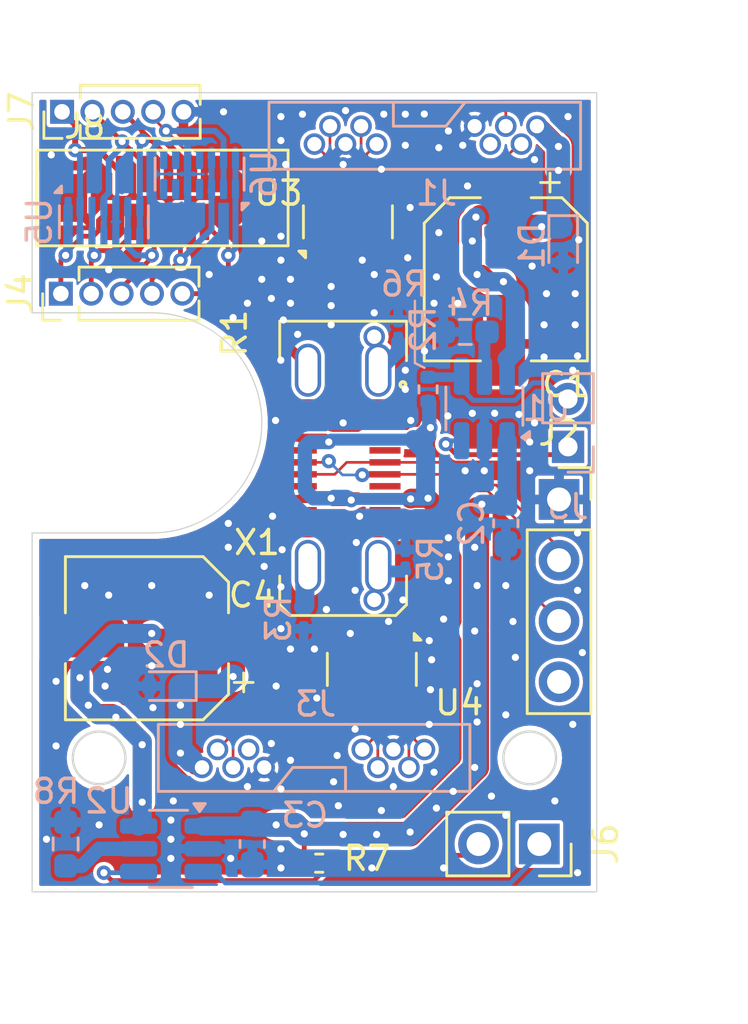
<source format=kicad_pcb>
(kicad_pcb (version 20240108) (generator "pcbnew") (generator_version "8.0")
  (layers (0 "F.Cu" signal) (1 "In1.Cu" signal) (2 "In2.Cu" signal) (31 "B.Cu" signal) (34 "B.Paste" user) (35 "F.Paste" user) (36 "B.SilkS" user "B.Silkscreen") (37 "F.SilkS" user "F.Silkscreen") (38 "B.Mask" user) (39 "F.Mask" user) (44 "Edge.Cuts" user))
  (net 0 "")
  (net 1 "VOUT1")
  (net 2 "GND")
  (net 3 "VBUS")
  (net 4 "VOUT2")
  (net 5 "RX1-")
  (net 6 "RX1+")
  (net 7 "TX1+")
  (net 8 "D+")
  (net 10 "TX1-")
  (net 11 "D-")
  (net 12 "nFLT1")
  (net 13 "EN1")
  (net 14 "EN2")
  (net 15 "nFLT2")
  (net 16 "2_D-")
  (net 17 "TX2+")
  (net 18 "2_D+")
  (net 19 "RX2+")
  (net 20 "RX2-")
  (net 22 "TX2-")
  (net 23 "Shield")
  (net 24 "Net-(U1-ILIM)")
  (net 25 "Net-(U2-ILIM)")
  (net 30 "K5")
  (net 31 "K3")
  (net 32 "K1")
  (net 33 "K9")
  (net 34 "K7")
  (net 35 "K6")
  (net 36 "K8")
  (net 37 "K2")
  (net 38 "K4")
  (footprint "Connector_PinHeader_1.27mm:PinHeader_1x05_P1.27mm_Vertical" (layer "F.Cu") (at 3.4 8.6 90)
    (property "Reference" "J4")
    (property "Value" "Conn_01x05")
  )
  (footprint "myLib8:DFN-14_1.35x3.5mm_P0.5mm" (layer "F.Cu") (at 15.4 5.6 90)
    (property "Reference" "U3")
    (property "Value" "SP3012-06UTG" (hide yes))
  )
  (footprint "Connector_USB:USB_C_Receptacle_JAE_DX07S024WJ3R400" (layer "F.Cu") (at 15.2 15.9 -90)
    (property "Reference" "X1")
    (property "Value" "USB_C_24pins" (hide yes))
  )
  (footprint "myLib8:50A-10LB" (layer "F.Cu") (at 5.4 5.6)
    (property "Reference" "J8")
    (property "Value" "Conn_01x10")
  )
  (footprint "myLib8:DFN-14_1.35x3.5mm_P0.5mm" (layer "F.Cu") (at 16.4 24.3 -90)
    (property "Reference" "U4")
    (property "Value" "SP3012-06UTG" (hide yes))
  )
  (footprint "Connector_PinSocket_2.54mm:PinSocket_1x04_P2.54mm_Vertical" (layer "F.Cu") (at 24.225 17.2)
    (property "Reference" "J2")
    (property "Value" "Conn_01x04_Socket")
  )
  (footprint "Connector_PinSocket_2.54mm:PinSocket_1x02_P2.54mm_Vertical" (layer "F.Cu") (at 23.4 31.6 -90)
    (property "Reference" "J6")
    (property "Value" "Conn_01x02_Socket")
  )
  (footprint "Resistor_SMD:R_0201_0603Metric_Pad0.64x0.40mm_HandSolder" (layer "F.Cu") (at 11.7 10.25 90)
    (property "Reference" "R1")
    (property "Value" "0")
  )
  (footprint "Capacitor_SMD:CP_Elec_6.3x7.7" (layer "F.Cu") (at 7 23 180)
    (property "Reference" "C4")
    (property "Value" "120 uF")
  )
  (footprint "Resistor_SMD:R_0402_1005Metric" (layer "F.Cu") (at 14.2 32.4 180)
    (property "Reference" "R7")
    (property "Value" "100k")
  )
  (footprint "Connector_PinHeader_1.27mm:PinHeader_1x05_P1.27mm_Vertical" (layer "F.Cu") (at 3.45 1 90)
    (property "Reference" "J7")
    (property "Value" "Conn_01x05")
  )
  (footprint "Capacitor_SMD:CP_Elec_6.3x7.7" (layer "F.Cu") (at 22 8 -90)
    (property "Reference" "C1")
    (property "Value" "120 uF")
  )
  (footprint "Resistor_SMD:R_0402_1005Metric" (layer "B.Cu") (at 18.75 12.6 -90)
    (property "Reference" "R6")
    (property "Value" "100k")
  )
  (footprint "Package_TO_SOT_SMD:SOT-23-6_Handsoldering" (layer "B.Cu") (at 8 31.8 180)
    (property "Reference" "U2")
    (property "Value" "~")
  )
  (footprint "Diode_SMD:D_SOD-523" (layer "B.Cu") (at 24.4 6.6 -90)
    (property "Reference" "D1")
    (property "Value" "D_TVS")
  )
  (footprint "Resistor_SMD:R_0603_1608Metric_Pad0.98x0.95mm_HandSolder" (layer "B.Cu") (at 3.6 31.6 90)
    (property "Reference" "R8")
    (property "Value" "R")
  )
  (footprint "Connector_PinSocket_2.00mm:PinSocket_1x02_P2.00mm_Vertical" (layer "B.Cu") (at 24.6 15)
    (property "Reference" "J5")
    (property "Value" "Conn_01x02_Socket")
  )
  (footprint "USB_Conns:MU3MS04" (layer "B.Cu") (at 9.3 28.4 180)
    (property "Reference" "J3")
    (property "Value" "USB3_B_Micro" (hide yes))
  )
  (footprint "Resistor_SMD:R_0201_0603Metric_Pad0.64x0.40mm_HandSolder" (layer "B.Cu") (at 17.5 10.1 90)
    (property "Reference" "R2")
    (property "Value" "0")
  )
  (footprint "Capacitor_SMD:C_0603_1608Metric_Pad1.08x0.95mm_HandSolder" (layer "B.Cu") (at 11.4 31.6 -90)
    (property "Reference" "C3")
    (property "Value" "0.1")
  )
  (footprint "myLib8:DFN-14_1.35x3.5mm_P0.5mm" (layer "B.Cu") (at 5.2 5.6 -90)
    (property "Reference" "U5")
    (property "Value" "SP3012-06UTG")
  )
  (footprint "USB_Conns:MU3MS04" (layer "B.Cu") (at 23.3 1.6)
    (property "Reference" "J1")
    (property "Value" "USB3_B_Micro" (hide yes))
  )
  (footprint "Package_TO_SOT_SMD:SOT-23-6_Handsoldering" (layer "B.Cu") (at 21.104522 13.4 90)
    (property "Reference" "U1")
    (property "Value" "~")
  )
  (footprint "Resistor_SMD:R_0201_0603Metric_Pad0.64x0.40mm_HandSolder" (layer "B.Cu") (at 13.55 22.2 -90)
    (property "Reference" "R3")
    (property "Value" "0")
  )
  (footprint "Capacitor_SMD:C_0603_1608Metric_Pad1.08x0.95mm_HandSolder" (layer "B.Cu") (at 22 18.2 -90)
    (property "Reference" "C2")
    (property "Value" "0.1")
  )
  (footprint "myLib8:DFN-14_1.35x3.5mm_P0.5mm" (layer "B.Cu") (at 9.2 3.6 90)
    (property "Reference" "U6")
    (property "Value" "SP3012-06UTG")
  )
  (footprint "Resistor_SMD:R_0603_1608Metric_Pad0.98x0.95mm_HandSolder" (layer "B.Cu") (at 20.304522 10.2 180)
    (property "Reference" "R4")
    (property "Value" "R")
  )
  (footprint "Resistor_SMD:R_0201_0603Metric_Pad0.64x0.40mm_HandSolder" (layer "B.Cu") (at 17.8 19.7 90)
    (property "Reference" "R5")
    (property "Value" "0")
  )
  (footprint "Diode_SMD:D_SOD-523" (layer "B.Cu") (at 7.8 25 180)
    (property "Reference" "D2")
    (property "Value" "D_TVS")
  )
  (gr_line (start 18.2 8.9) (end 18.2 11.5) (stroke (width 0.1)) (layer "B.SilkS"))
  (gr_line (start 18.2 11.5) (end 18.6 11.7) (stroke (width 0.1)) (layer "B.SilkS"))
  (gr_line (start 2.2 18.6) (end 7.2 18.6) (stroke (width 0.05)) (layer "Edge.Cuts"))
  (gr_line (start 2.2 0.2) (end 2.2 9.4) (stroke (width 0.05)) (layer "Edge.Cuts"))
  (gr_line (start 11.6 0.2) (end 2.2 0.2) (stroke (width 0.05)) (layer "Edge.Cuts"))
  (gr_circle (center 5 28) (end 6.1 28) (stroke (width 0.1)) (fill none) (layer "Edge.Cuts"))
  (gr_circle (center 23 28) (end 24.1 28) (stroke (width 0.1)) (fill none) (layer "Edge.Cuts"))
  (gr_arc (start 7.2 9.4) (mid 11.8 14) (end 7.2 18.6) (stroke (width 0.05)) (layer "Edge.Cuts"))
  (gr_line (start 7.2 9.4) (end 2.2 9.4) (stroke (width 0.05)) (layer "Edge.Cuts"))
  (gr_line (start 25.8 0.2) (end 25.8 33.6) (stroke (width 0.05)) (layer "Edge.Cuts"))
  (gr_line (start 2.2 33.6) (end 2.2 18.6) (stroke (width 0.05)) (layer "Edge.Cuts"))
  (gr_line (start 25.8 0.2) (end 11.6 0.2) (stroke (width 0.05)) (layer "Edge.Cuts"))
  (gr_line (start 25.8 33.6) (end 2.2 33.6) (stroke (width 0.05)) (layer "Edge.Cuts"))
  (segment (start 24.2 2.45) (end 24.2 3.45) (width 0.8) (layer "F.Cu") (net 1))
  (segment (start 21 7.8) (end 21.3 8.1) (width 0.8) (layer "F.Cu") (net 1))
  (segment (start 22 5.3) (end 20.9 5.3) (width 0.8) (layer "F.Cu") (net 1))
  (segment (start 22.5 5.8) (end 23.5 5.8) (width 1) (layer "F.Cu") (net 1))
  (segment (start 20.75 5.4) (end 20.75 5.45) (width 0.8) (layer "F.Cu") (net 1))
  (segment (start 23.3 1.6) (end 23.35 1.6) (width 0.8) (layer "F.Cu") (net 1))
  (segment (start 20.6 5.6) (end 20.6 6.4) (width 0.8) (layer "F.Cu") (net 1))
  (segment (start 20.6 6.4) (end 20.6 7.6) (width 0.8) (layer "F.Cu") (net 1))
  (segment (start 21.3 8.1) (end 21.9 8.1) (width 0.8) (layer "F.Cu") (net 1))
  (segment (start 20.9 5.3) (end 20.8 5.4) (width 0.8) (layer "F.Cu") (net 1))
  (segment (start 20.75 5.45) (end 20.6 5.6) (width 0.8) (layer "F.Cu") (net 1))
  (segment (start 20.8 5.4) (end 20.75 5.4) (width 0.8) (layer "F.Cu") (net 1))
  (segment (start 20.8 7.8) (end 21 7.8) (width 0.8) (layer "F.Cu") (net 1))
  (segment (start 23.35 1.6) (end 24.2 2.45) (width 0.8) (layer "F.Cu") (net 1))
  (segment (start 20.6 7.6) (end 20.8 7.8) (width 0.8) (layer "F.Cu") (net 1))
  (via (at 23.5 5.8) (size 0.6) (drill 0.3) (layers "F.Cu" "B.Cu") (net 1))
  (via (at 24.2 2.45) (size 0.6) (drill 0.3) (layers "F.Cu" "B.Cu") (net 1))
  (via (at 20.75 5.4) (size 0.6) (drill 0.3) (layers "F.Cu" "B.Cu") (net 1))
  (via (at 21.9 8.1) (size 0.6) (drill 0.3) (layers "F.Cu" "B.Cu") (net 1))
  (via (at 24.2 3.45) (size 0.6) (drill 0.3) (layers "F.Cu" "B.Cu") (net 1))
  (via (at 20.6 6.4) (size 0.6) (drill 0.3) (layers "F.Cu" "B.Cu") (net 1))
  (via (at 20.8 7.8) (size 0.6) (drill 0.3) (layers "F.Cu" "B.Cu") (net 1))
  (segment (start 20.55 6.35) (end 20.6 6.4) (width 0.8) (layer "B.Cu") (net 1))
  (segment (start 22.054522 11.345478) (end 22.054522 12.05) (width 0.6) (layer "B.Cu") (net 1))
  (segment (start 24.294512 5.794512) (end 24.2 5.7) (width 1) (layer "B.Cu") (net 1))
  (segment (start 23.3 1.6) (end 24.15 2.45) (width 0.8) (layer "B.Cu") (net 1))
  (segment (start 20.6 7.6) (end 20.8 7.8) (width 0.8) (layer "B.Cu") (net 1))
  (segment (start 24.2 2.45) (end 24.2 2.5) (width 0.8) (layer "B.Cu") (net 1))
  (segment (start 23.5 5.8) (end 24.289024 5.8) (width 1) (layer "B.Cu") (net 1))
  (segment (start 20.75 5.4) (end 20.55 5.6) (width 0.8) (layer "B.Cu") (net 1))
  (segment (start 20.55 5.6) (end 20.55 6.35) (width 0.8) (layer "B.Cu") (net 1))
  (segment (start 21.1 8.1) (end 20.8 7.8) (width 0.8) (layer "B.Cu") (net 1))
  (segment (start 21.9 8.1) (end 21.1 8.1) (width 0.8) (layer "B.Cu") (net 1))
  (segment (start 22.4 11) (end 22.054522 11.345478) (width 0.8) (layer "B.Cu") (net 1))
  (segment (start 24.15 2.45) (end 24.2 2.45) (width 0.8) (layer "B.Cu") (net 1))
  (segment (start 24.2 2.5) (end 24.2 2.5) (width 0.8) (layer "B.Cu") (net 1))
  (segment (start 20.6 6.4) (end 20.6 7.6) (width 0.8) (layer "B.Cu") (net 1))
  (segment (start 24.2 2.5) (end 24.2 3.45) (width 1) (layer "B.Cu") (net 1))
  (segment (start 22.4 8.6) (end 22.4 11) (width 0.8) (layer "B.Cu") (net 1))
  (segment (start 24.2 5.7) (end 24.2 3.45) (width 1) (layer "B.Cu") (net 1))
  (segment (start 24.289024 5.8) (end 24.294512 5.794512) (width 1) (layer "B.Cu") (net 1))
  (segment (start 21.9 8.1) (end 22.4 8.6) (width 0.8) (layer "B.Cu") (net 1))
  (via (at 8 31.4) (size 0.6) (drill 0.3) (layers "F.Cu" "B.Cu") (net 2))
  (via (at 14.1 25.5) (size 0.6) (drill 0.3) (layers "F.Cu" "B.Cu") (net 2))
  (via (at 20 9) (size 0.6) (drill 0.3) (layers "F.Cu" "B.Cu") (net 2))
  (via (at 25 11.2) (size 0.6) (drill 0.3) (layers "F.Cu" "B.Cu") (net 2))
  (via (at 22 30.4) (size 0.6) (drill 0.3) (layers "F.Cu" "B.Cu") (net 2))
  (via (at 5.35 24.3) (size 0.6) (drill 0.3) (layers "F.Cu" "B.Cu") (net 2))
  (via (at 13 9) (size 0.6) (drill 0.3) (layers "F.Cu" "B.Cu") (net 2))
  (via (at 21.534403 13.6) (size 0.6) (drill 0.3) (layers "F.Cu" "B.Cu") (net 2))
  (via (at 19.4 22.2) (size 0.6) (drill 0.3) (layers "F.Cu" "B.Cu") (net 2))
  (via (at 3.2 24.8) (size 0.6) (drill 0.3) (layers "F.Cu" "B.Cu") (net 2))
  (via (at 15.2 3.2) (size 0.6) (drill 0.3) (layers "F.Cu" "B.Cu") (net 2))
  (via (at 23 16) (size 0.6) (drill 0.3) (layers "F.Cu" "B.Cu") (net 2))
  (via (at 18.85 25.15) (size 0.6) (drill 0.3) (layers "F.Cu" "B.Cu") (net 2))
  (via (at 11.2 29.2) (size 0.6) (drill 0.3) (layers "F.Cu" "B.Cu") (net 2))
  (via (at 13 8) (size 0.6) (drill 0.3) (layers "F.Cu" "B.Cu") (net 2))
  (via (at 17.8 12.6) (size 0.6) (drill 0.3) (layers "F.Cu" "B.Cu") (net 2))
  (via (at 15.75 19) (size 0.6) (drill 0.3) (layers "F.Cu" "B.Cu") (net 2))
  (via (at 18.592203 1.092203) (size 0.6) (drill 0.3) (layers "F.Cu" "B.Cu") (net 2))
  (via (at 12.2 8.8) (size 0.6) (drill 0.3) (layers "F.Cu" "B.Cu") (net 2))
  (via (at 24.6 1.2) (size 0.6) (drill 0.3) (layers "F.Cu" "B.Cu") (net 2))
  (via (at 8.1 29.8) (size 0.6) (drill 0.3) (layers "F.Cu" "B.Cu") (net 2))
  (via (at 16.4 32.6) (size 0.6) (drill 0.3) (layers "F.Cu" "B.Cu") (net 2))
  (via (at 15 30) (size 0.6) (drill 0.3) (layers "F.Cu" "B.Cu") (net 2))
  (via (at 12.7 9.7) (size 0.6) (drill 0.3) (layers "F.Cu" "B.Cu") (net 2))
  (via (at 12.6 29.3) (size 0.6) (drill 0.3) (layers "F.Cu" "B.Cu") (net 2))
  (via (at 23.1 7.45) (size 0.6) (drill 0.3) (layers "F.Cu" "B.Cu") (net 2))
  (via (at 12.4 25) (size 0.6) (drill 0.3) (layers "F.Cu" "B.Cu") (net 2))
  (via (at 18.8 23.1) (size 0.6) (drill 0.3) (layers "F.Cu" "B.Cu") (net 2))
  (via (at 23.6 11.25) (size 0.6) (drill 0.3) (layers "F.Cu" "B.Cu") (net 2))
  (via (at 13.3 10.3) (size 0.6) (drill 0.3) (layers "F.Cu" "B.Cu") (net 2))
  (via (at 19 28.6) (size 0.6) (drill 0.3) (layers "F.Cu" "B.Cu") (net 2))
  (via (at 16.8 3.4) (size 0.6) (drill 0.3) (layers "F.Cu" "B.Cu") (net 2))
  (via (at 22.548427 13.644951) (size 0.6) (drill 0.3) (layers "F.Cu" "B.Cu") (net 2))
  (via (at 15.5 22.8) (size 0.6) (drill 0.3) (layers "F.Cu" "B.Cu") (net 2))
  (via (at 20.4 4.1) (size 0.6) (drill 0.3) (layers "F.Cu" "B.Cu") (net 2))
  (via (at 12.6 32.6) (size 0.6) (drill 0.3) (layers "F.Cu" "B.Cu") (net 2))
  (via (at 25 32.8) (size 0.6) (drill 0.3) (layers "F.Cu" "B.Cu") (net 2))
  (via (at 5.4 21.2) (size 0.6) (drill 0.3) (layers "F.Cu" "B.Cu") (net 2))
  (via (at 11.8 8) (size 0.6) (drill 0.3) (layers "F.Cu" "B.Cu") (net 2))
  (via (at 19.2 2.5) (size 0.6) (drill 0.3) (layers "F.Cu" "B.Cu") (net 2))
  (via (at 18.8 26.6) (size 0.6) (drill 0.3) (layers "F.Cu" "B.Cu") (net 2))
  (via (at 20.6 13.6) (size 0.6) (drill 0.3) (layers "F.Cu" "B.Cu") (net 2))
  (via (at 15.7 26.8) (size 0.6) (drill 0.3) (layers "F.Cu" "B.Cu") (net 2))
  (via (at 12.8 3.2) (size 0.6) (drill 0.3) (layers "F.Cu" "B.Cu") (net 2))
  (via (at 12.65 19.3) (size 0.6) (drill 0.3) (layers "F.Cu" "B.Cu") (net 2))
  (via (at 16.5 9.4) (size 0.6) (drill 0.3) (layers "F.Cu" "B.Cu") (net 2))
  (via (at 24.9 8.6) (size 0.6) (drill 0.3) (layers "F.Cu" "B.Cu") (net 2))
  (via (at 19.1 7.9) (size 0.6) (drill 0.3) (layers "F.Cu" "B.Cu") (net 2))
  (via (at 25.2 23.6) (size 0.6) (drill 0.3) (layers "F.Cu" "B.Cu") (net 2))
  (via (at 11.9 20) (size 0.6) (drill 0.3) (layers "F.Cu" "B.Cu") (net 2))
  (via (at 22 26.2) (size 0.6) (drill 0.3) (layers "F.Cu" "B.Cu") (net 2))
  (via (at 11.8 6.4) (size 0.6) (drill 0.3) (layers "F.Cu" "B.Cu") (net 2))
  (via (at 21.4 29.6) (size 0.6) (drill 0.3) (layers "F.Cu" "B.Cu") (net 2))
  (via (at 14.7 8.3) (size 0.6) (drill 0.3) (layers "F.Cu" "B.Cu") (net 2))
  (via (at 24.8 26.6) (size 0.6) (drill 0.3) (layers "F.Cu" "B.Cu") (net 2))
  (via (at 23.7 8.6) (size 0.6) (drill 0.3) (layers "F.Cu" "B.Cu") (net 2))
  (via (at 23.2 3) (size 0.6) (drill 0.3) (layers "F.Cu" "B.Cu") (net 2))
  (via (at 12.6 7.2) (size 0.6) (drill 0.3) (layers "F.Cu" "B.Cu") (net 2))
  (via (at 14.95 27.9) (size 0.6) (drill 0.3) (layers "F.Cu" "B.Cu") (net 2))
  (via (at 12.25 17.9) (size 0.6) (drill 0.3) (layers "F.Cu" "B.Cu") (net 2))
  (via (at 5 30.8) (size 0.6) (drill 0.3) (layers "F.Cu" "B.Cu") (net 2))
  (via (at 12.595144 11.381856) (size 0.6) (drill 0.3) (layers "F.Cu" "B.Cu") (net 2))
  (via (at 3.2 27.5) (size 0.6) (drill 0.3) (layers "F.Cu" "B.Cu") (net 2))
  (via (at 23.2 14) (size 0.6) (drill 0.3) (layers "F.Cu" "B.Cu") (net 2))
  (via (at 13 28.1) (size 0.6) (drill 0.3) (layers "F.Cu" "B.Cu") (net 2))
  (via (at 15.3 0.95) (size 0.6) (drill 0.3) (layers "F.Cu" "B.Cu") (net 2))
  (via (at 17.7 21.4) (size 0.6) (drill 0.3) (layers "F.Cu" "B.Cu") (net 2))
  (via (at 19.577 13.709395) (size 0.6) (drill 0.3) (layers "F.Cu" "B.Cu") (net 2))
  (via (at 8 30.6) (size 0.6) (drill 0.3) (layers "F.Cu" "B.Cu") (net 2))
  (via (at 5.25 25) (size 0.6) (drill 0.3) (layers "F.Cu" "B.Cu") (net 2))
  (via (at 19.6 19.6) (size 0.6) (drill 0.3) (layers "F.Cu" "B.Cu") (net 2))
  (via (at 14.5 21.8) (size 0.6) (drill 0.3) (layers "F.Cu" "B.Cu") (net 2))
  (via (at 12.375 13.9) (size 0.6) (drill 0.3) (layers "F.Cu" "B.Cu") (net 2))
  (via (at 10.4 19.2) (size 0.6) (drill 0.3) (layers "F.Cu" "B.Cu") (net 2))
  (via (at 18 5) (size 0.6) (drill 0.3) (layers "F.Cu" "B.Cu") (net 2))
  (via (at 15.2 14) (size 0.6) (drill 0.3) (layers "F.Cu" "B.Cu") (net 2))
  (via (at 13.5 1.1) (size 0.6) (drill 0.3) (layers "F.Cu" "B.Cu") (net 2))
  (via (at 12.2 27.4) (size 0.6) (drill 0.3) (layers "F.Cu" "B.Cu") (net 2))
  (via (at 24.9 9.9) (size 0.6) (drill 0.3) (layers "F.Cu" "B.Cu") (net 2))
  (via (at 12.6 22.6) (size 0.6) (drill 0.3) (layers "F.Cu" "B.Cu") (net 2))
  (via (at 20.3 16) (size 0.6) (drill 0.3) (layers "F.Cu" "B.Cu") (net 2))
  (via (at 16.5 7.8) (size 0.6) (drill 0.3) (layers "F.Cu" "B.Cu") (net 2))
  (via (at 16.8 30.2) (size 0.6) (drill 0.3) (layers "F.Cu" "B.Cu") (net 2))
  (via (at 22 20.8) (size 0.6) (drill 0.3) (layers "F.Cu" "B.Cu") (net 2))
  (via (at 20.2 2.4) (size 0.6) (drill 0.3) (layers "F.Cu" "B.Cu") (net 2))
  (via (at 12.6 2.2) (size 0.6) (drill 0.3) (layers "F.Cu" "B.Cu") (net 2))
  (via (at 13 23.45) (size 0.6) (drill 0.3) (layers "F.Cu" "B.Cu") (net 2))
  (via (at 10.4 18.2) (size 0.6) (drill 0.3) (layers "F.Cu" "B.Cu") (net 2))
  (via (at 19.6 1.8) (size 0.6) (drill 0.3) (layers "F.Cu" "B.Cu") (net 2))
  (via (at 25 18.6) (size 0.6) (drill 0.3) (layers "F.Cu" "B.Cu") (net 2))
  (via (at 14 23.45) (size 0.6) (drill 0.3) (layers "F.Cu" "B.Cu") (net 2))
  (via (at 22.4 23.8) (size 0.6) (drill 0.3) (layers "F.Cu" "B.Cu") (net 2))
  (via (at 7.2 20.8) (size 0.6) (drill 0.3) (layers "F.Cu" "B.Cu") (net 2))
  (via (at 16 7.2) (size 0.6) (drill 0.3) (layers "F.Cu" "B.Cu") (net 2))
  (via (at 10.5 32.2) (size 0.6) (drill 0.3) (layers "F.Cu" "B.Cu") (net 2))
  (via (at 12.6 6.2) (size 0.6) (drill 0.3) (layers "F.Cu" "B.Cu") (net 2))
  (via (at 19.6 18.8) (size 0.6) (drill 0.3) (layers "F.Cu" "B.Cu") (net 2))
  (via (at 17.8 2.4) (size 0.6) (drill 0.3) (layers "F.Cu" "B.Cu") (net 2))
  (via (at 19.4 32.6) (size 0.6) (drill 0.3) (layers "F.Cu" "B.Cu") (net 2))
  (via (at 14.8 29) (size 0.6) (drill 0.3) (layers "F.Cu" "B.Cu") (net 2))
  (via (at 25.05 6.35) (size 0.6) (drill 0.3) (layers "F.Cu" "B.Cu") (net 2))
  (via (at 9.6 7.8) (size 0.6) (drill 0.3) (layers "F.Cu" "B.Cu") (net 2))
  (via (at 18.026999 13.9) (size 0.6) (drill 0.3) (layers "F.Cu" "B.Cu") (net 2))
  (via (at 25 21) (size 0.6) (drill 0.3) (layers "F.Cu" "B.Cu") (net 2))
  (via (at 7.2 24.15) (size 0.6) (drill 0.3) (layers "F.Cu" "B.Cu") (net 2))
  (via (at 17.8 11.8) (size 0.6) (drill 0.3) (layers "F.Cu" "B.Cu") (net 2))
  (via (at 14.7 9.1) (size 0.6) (drill 0.3) (layers "F.Cu" "B.Cu") (net 2))
  (via (at 10.2 1) (size 0.6) (drill 0.3) (layers "F.Cu" "B.Cu") (net 2))
  (via (at 24.05 29.8) (size 0.6) (drill 0.3) (layers "F.Cu" "B.Cu") (net 2))
  (via (at 4.4 20.8) (size 0.6) (drill 0.3) (layers "F.Cu" "B.Cu") (net 2))
  (via (at 23.6 9.9) (size 0.6) (drill 0.3) (layers "F.Cu" "B.Cu") (net 2))
  (via (at 17.9 7.1) (size 0.6) (drill 0.3) (layers "F.Cu" "B.Cu") (net 2))
  (via (at 12.6 31.8) (size 0.6) (drill 0.3) (layers "F.Cu" "B.Cu") (net 2))
  (via (at 19 9) (size 0.6) (drill 0.3) (layers "F.Cu" "B.Cu") (net 2))
  (via (at 12.6 1.2) (size 0.6) (drill 0.3) (layers "F.Cu" "B.Cu") (net 2))
  (via (at 17.3 29.2) (size 0.6) (drill 0.3) (layers "F.Cu" "B.Cu") (net 2))
  (via (at 7.25 25.9) (size 0.6) (drill 0.3) (layers "F.Cu" "B.Cu") (net 2))
  (via (at 14.7 9.9) (size 0.6) (drill 0.3) (layers "F.Cu" "B.Cu") (net 2))
  (via (at 12.6 20.85) (size 0.6) (drill 0.3) (layers "F.Cu" "B.Cu") (net 2))
  (via (at 5.4 7.6) (size 0.6) (drill 0.3) (layers "F.Cu" "B.Cu") (net 2))
  (via (at 10.6 9.6) (size 0.6) (drill 0.3) (layers "F.Cu" "B.Cu") (net 2))
  (via (at 9.6 21.2) (size 0.6) (drill 0.3) (layers "F.Cu" "B.Cu") (net 2))
  (via (at 19.6 20.6) (size 0.6) (drill 0.3) (layers "F.Cu" "B.Cu") (net 2))
  (via (at 2.8 31.4) (size 0.6) (drill 0.3) (layers "F.Cu" "B.Cu") (net 2))
  (via (at 24.8 11.8) (size 0.6) (drill 0.3) (layers "F.Cu" "B.Cu") (net 2))
  (via (at 21.1 16) (size 0.6) (drill 0.3) (layers "F.Cu" "B.Cu") (net 2))
  (via (at 19.2 6.05) (size 0.6) (drill 0.3) (layers "F.Cu" "B.Cu") (net 2))
  (via (at 14.5 21.8) (size 0.6) (drill 0.3) (layers "F.Cu" "B.Cu") (net 2))
  (via (at 23 14.8) (size 0.6) (drill 0.3) (layers "F.Cu" "B.Cu") (net 2))
  (via (at 18.9 23.9) (size 0.6) (drill 0.3) (layers "F.Cu" "B.Cu") (net 2))
  (via (at 17.8 1.1) (size 0.6) (drill 0.3) (layers "F.Cu" "B.Cu") (net 2))
  (via (at 8 32.2) (size 0.6) (drill 0.3) (layers "F.Cu" "B.Cu") (net 2))
  (via (at 3 2.8) (size 0.6) (drill 0.3) (layers "F.Cu" "B.Cu") (net 2))
  (via (at 16.9 1.1) (size 0.6) (drill 0.3) (layers "F.Cu" "B.Cu") (net 2))
  (via (at 18.6 11) (size 0.6) (drill 0.3) (layers "F.Cu" "B.Cu") (net 2))
  (via (at 17.1 22.3) (size 0.6) (drill 0.3) (layers "F.Cu" "B.Cu") (net 2))
  (via (at 15.7 21) (size 0.6) (drill 0.3) (layers "F.Cu" "B.Cu") (net 2))
  (via (at 22.3 22.3) (size 0.6) (drill 0.3) (layers "F.Cu" "B.Cu") (net 2))
  (via (at 15.888069 17.90256) (size 0.6) (drill 0.3) (layers "F.Cu" "B.Cu") (net 2))
  (via (at 11.2 9) (size 0.6) (drill 0.3) (layers "F.Cu" "B.Cu") (net 2))
  (segment (start 13.71 31.31) (end 13.575 31.175) (width 0.5) (layer "F.Cu") (net 3))
  (segment (start 14.45 14.65) (end 13.45 14.65) (width 0.4) (layer "F.Cu") (net 3))
  (segment (start 14.7 17.15) (end 14.8 17.05) (width 0.5) (layer "F.Cu") (net 3))
  (segment (start 20.8 19.1) (end 20.7 19.2) (width 1) (layer "F.Cu") (net 3))
  (segment (start 19.2 17.6) (end 20.8 17.6) (width 0.6) (layer "F.Cu") (net 3))
  (segment (start 20.8 17.6) (end 20.8 19.1) (width 1) (layer "F.Cu") (net 3))
  (segment (start 13.2 30.8) (end 13.575 31.175) (width 1) (layer "F.Cu") (net 3))
  (segment (start 13.575 31.175) (end 13.575 32.285) (width 0.2) (layer "F.Cu") (net 3))
  (segment (start 15.8 17.15) (end 16.95 17.15) (width 0.4) (layer "F.Cu") (net 3))
  (segment (start 20.7 22.7) (end 20.8 22.8) (width 1) (layer "F.Cu") (net 3))
  (segment (start 18.481923 14.518077) (end 18.171988 14.518077) (width 0.4) (layer "F.Cu") (net 3))
  (segment (start 20.8 19.3) (end 20.8 20.8) (width 1) (layer "F.Cu") (net 3))
  (segment (start 16.95 14.65) (end 16.075 14.65) (width 0.4) (layer "F.Cu") (net 3))
  (segment (start 20.8 28) (end 20.8 28.4) (width 1) (layer "F.Cu") (net 3))
  (segment (start 20.7 28.5) (end 19.8 29.4) (width 1) (layer "F.Cu") (net 3))
  (segment (start 16.6 31.2) (end 16.575 31.175) (width 1) (layer "F.Cu") (net 3))
  (segment (start 18.75 17.15) (end 19 17.4) (width 0.8) (layer "F.Cu") (net 3))
  (segment (start 15.2 31.2) (end 15.175 31.175) (width 1) (layer "F.Cu") (net 3))
  (segment (start 20.8 20.8) (end 20.8 22.6) (width 1) (layer "F.Cu") (net 3))
  (segment (start 18.050577 17.15) (end 18.021577 17.179) (width 0.8) (layer "F.Cu") (net 3))
  (segment (start 20.8 26.5) (end 20.8 28) (width 1) (layer "F.Cu") (net 3))
  (segment (start 20.8 24.9) (end 20.8 26.5) (width 1) (layer "F.Cu") (net 3))
  (segment (start 13.575 32.285) (end 13.69 32.4) (width 0.2) (layer "F.Cu") (net 3))
  (segment (start 19 17.4) (end 19.2 17.6) (width 0.6) (layer "F.Cu") (net 3))
  (segment (start 18.8 14.2) (end 18.481923 14.518077) (width 0.4) (layer "F.Cu") (net 3))
  (segment (start 15 17.15) (end 14.7 17.15) (width 0.4) (layer "F.Cu") (net 3))
  (segment (start 20.7 19.2) (end 20.8 19.3) (width 1) (layer "F.Cu") (net 3))
  (segment (start 15.752 17.15) (end 16.95 17.15) (width 0.4) (layer "F.Cu") (net 3))
  (segment (start 15.225 31.175) (end 15.2 31.2) (width 1) (layer "F.Cu") (net 3))
  (segment (start 17.9 14.7) (end 17.990065 14.7) (width 0.5) (layer "F.Cu") (net 3))
  (segment (start 18.75 17.15) (end 18.050577 17.15) (width 0.8) (layer "F.Cu") (net 3))
  (segment (start 18.025 31.175) (end 16.625 31.175) (width 1) (layer "F.Cu") (net 3))
  (segment (start 14.675 14.725) (end 14.6 14.8) (width 0.25) (layer "F.Cu") (net 3))
  (segment (start 21 17.4) (end 20.8 17.6) (width 0.6) (layer "F.Cu") (net 3))
  (segment (start 16.075 14.65) (end 16 14.725) (width 0.4) (layer "F.Cu") (net 3))
  (segment (start 18.85 14.2) (end 18.8 14.2) (width 0.4) (layer "F.Cu") (net 3))
  (segment (start 14.777 17.227) (end 14.7 17.15) (width 0.5) (layer "F.Cu") (net 3))
  (segment (start 20.8 28.4) (end 20.7 28.4) (width 1) (layer "F.Cu") (net 3))
  (segment (start 15.537961 17.227) (end 14.777 17.227) (width 0.5) (layer "F.Cu") (net 3))
  (segment (start 15.537961 17.227) (end 15.675 17.227) (width 0.4) (layer "F.Cu") (net 3))
  (segment (start 16.95 14.65) (end 17.95 14.65) (width 0.4) (layer "F.Cu") (net 3))
  (segment (start 18 31.1) (end 18 31.2) (width 1) (layer "F.Cu") (net 3))
  (segment (start 18.75 17.15) (end 16.95 17.15) (width 0.4) (layer "F.Cu") (net 3))
  (segment (start 20.8 22.6) (end 20.7 22.7) (width 1) (layer "F.Cu") (net 3))
  (segment (start 19.8 29.4) (end 19.1 30.1) (width 1) (layer "F.Cu") (net 3))
  (segment (start 15.537961 17.227) (end 15.460961 17.15) (width 0.4) (layer "F.Cu") (net 3))
  (segment (start 12.4 30.8) (end 13.2 30.8) (width 1) (layer "F.Cu") (net 3))
  (segment (start 20.8 22.8) (end 20.8 24.9) (width 1) (layer "F.Cu") (net 3))
  (segment (start 15.460961 17.15) (end 15 17.15) (width 0.5) (layer "F.Cu") (net 3))
  (segment (start 18.021577 17.179) (end 18.721 17.179) (width 0.6) (layer "F.Cu") (net 3))
  (segment (start 16 14.725) (end 14.675 14.725) (width 0.4) (layer "F.Cu") (net 3))
  (segment (start 19.1 30.1) (end 18.1 31.1) (width 1) (layer "F.Cu") (net 3))
  (segment (start 20.8 18.1) (end 20.8 17.6) (width 0.6) (layer "F.Cu") (net 3))
  (segment (start 18.171988 14.518077) (end 17.990065 14.7) (width 0.4) (layer "F.Cu") (net 3))
  (segment (start 14.6 14.8) (end 14.45 14.65) (width 0.25) (layer "F.Cu") (net 3))
  (segment (start 14.7 17.15) (end 15.8 17.15) (width 0.5) (layer "F.Cu") (net 3))
  (segment (start 15.460961 17.15) (end 14.7 17.15) (width 0.4) (layer "F.Cu") (net 3))
  (segment (start 16.625 31.175) (end 16.6 31.2) (width 1) (layer "F.Cu") (net 3))
  (segment (start 18.721 17.179) (end 18.75 17.15) (width 0.6) (layer "F.Cu") (net 3))
  (segment (start 15.675 17.227) (end 15.752 17.15) (width 0.4) (layer "F.Cu") (net 3))
  (segment (start 15.752 17.15) (end 15.8 17.15) (width 0.4) (layer "F.Cu") (net 3))
  (segment (start 15.175 31.175) (end 13.575 31.175) (width 1) (layer "F.Cu") (net 3))
  (segment (start 20.8 28.4) (end 20.8 28.4) (width 1) (layer "F.Cu") (net 3))
  (segment (start 17.95 14.65) (end 17.9 14.7) (width 0.25) (layer "F.Cu") (net 3))
  (segment (start 16.575 31.175) (end 15.225 31.175) (width 1) (layer "F.Cu") (net 3))
  (segment (start 18.1 31.1) (end 18 31.1) (width 1) (layer "F.Cu") (net 3))
  (segment (start 20.7 28.4) (end 20.7 28.5) (width 1) (layer "F.Cu") (net 3))
  (segment (start 18 31.2) (end 18.025 31.175) (width 1) (layer "F.Cu") (net 3))
  (segment (start 13.45 17.15) (end 14.7 17.15) (width 0.4) (layer "F.Cu") (net 3))
  (via (at 14.7 17.15) (size 0.6) (drill 0.3) (layers "F.Cu" "B.Cu") (net 3))
  (via (at 14.6 14.8) (size 0.6) (drill 0.3) (layers "F.Cu" "B.Cu") (net 3))
  (via (at 20.8 24.9) (size 0.6) (drill 0.3) (layers "F.Cu" "B.Cu") (net 3))
  (via (at 19.8 29.4) (size 0.6) (drill 0.3) (layers "F.Cu" "B.Cu") (net 3))
  (via (at 20.8 26.5) (size 0.6) (drill 0.3) (layers "F.Cu" "B.Cu") (net 3))
  (via (at 20.7 28.4) (size 0.6) (drill 0.3) (layers "F.Cu" "B.Cu") (net 3))
  (via (at 12.4 30.8) (size 0.6) (drill 0.3) (layers "F.Cu" "B.Cu") (net 3))
  (via (at 18.75 17.15) (size 0.6) (drill 0.3) (layers "F.Cu" "B.Cu") (net 3))
  (via (at 20.8 20.8) (size 0.6) (drill 0.3) (layers "F.Cu" "B.Cu") (net 3))
  (via (at 18 31.1) (size 0.6) (drill 0.3) (layers "F.Cu" "B.Cu") (net 3))
  (via (at 20.7 22.7) (size 0.6) (drill 0.3) (layers "F.Cu" "B.Cu") (net 3))
  (via (at 20.7 19.2) (size 0.6) (drill 0.3) (layers "F.Cu" "B.Cu") (net 3))
  (via (at 18.021577 17.179) (size 0.6) (drill 0.3) (layers "F.Cu" "B.Cu") (net 3))
  (via (at 15.2 31.2) (size 0.6) (drill 0.3) (layers "F.Cu" "B.Cu") (net 3))
  (via (at 18.85 14.2) (size 0.6) (drill 0.3) (layers "F.Cu" "B.Cu") (net 3))
  (via (at 15.537961 17.227) (size 0.6) (drill 0.3) (layers "F.Cu" "B.Cu") (net 3))
  (via (at 21 17.4) (size 0.6) (drill 0.3) (layers "F.Cu" "B.Cu") (net 3))
  (via (at 13.575 31.175) (size 0.6) (drill 0.3) (layers "F.Cu" "B.Cu") (net 3))
  (via (at 16.6 31.2) (size 0.6) (drill 0.3) (layers "F.Cu" "B.Cu") (net 3))
  (via (at 19.1 30.1) (size 0.6) (drill 0.3) (layers "F.Cu" "B.Cu") (net 3))
  (segment (start 14.7 17.15) (end 14.805481 17.044519) (width 0.5) (layer "B.Cu") (net 3))
  (segment (start 13.575 31.175) (end 13.2 30.8) (width 1) (layer "B.Cu") (net 3))
  (segment (start 18.568597 17.202) (end 18.620597 17.15) (width 0.5) (layer "B.Cu") (net 3))
  (segment (start 15.460961 17.15) (end 15.537961 17.227) (width 0.6) (layer "B.Cu") (net 3))
  (segment (start 22.054522 14.75) (end 22.054522 17.282978) (width 0.8) (layer "B.Cu") (net 3))
  (segment (start 13.2 30.8) (end 11.4625 30.8) (width 1) (layer "B.Cu") (net 3))
  (segment (start 22.054522 17.282978) (end 21.9375 17.4) (width 0.8) (layer "B.Cu") (net 3))
  (segment (start 13.6 15) (end 13.8 14.8) (width 0.6) (layer "B.Cu") (net 3))
  (segment (start 18.75 17.15) (end 18.721 17.179) (width 0.5) (layer "B.Cu") (net 3))
  (segment (start 18.15 14.7) (end 18.65 15.2) (width 0.8) (layer "B.Cu") (net 3))
  (segment (start 18.65 17.05) (end 18.75 17.15) (width 0.4) (layer "B.Cu") (net 3))
  (segment (start 18.4 17.202) (end 18.568597 17.202) (width 0.5) (layer "B.Cu") (net 3))
  (segment (start 11.2875 30.85) (end 11.4 30.7375) (width 0.8) (layer "B.Cu") (net 3))
  (segment (start 14.6 14.8) (end 14.7 14.7) (width 0.5) (layer "B.Cu") (net 3))
  (segment (start 13.8 14.8) (end 14.6 14.8) (width 0.6) (layer "B.Cu") (net 3))
  (segment (start 15.537961 17.227) (end 15.585961 17.179) (width 0.5) (layer "B.Cu") (net 3))
  (segment (start 14.805481 17.044519) (end 15.355481 17.044519) (width 0.5) (layer "B.Cu") (net 3))
  (segment (start 17.9 31.2) (end 18 31.1) (width 1) (layer "B.Cu") (net 3))
  (segment (start 15.175 31.175) (end 15.2 31.2) (width 1) (layer "B.Cu") (net 3))
  (segment (start 9.35 30.85) (end 11.2875 30.85) (width 0.8) (layer "B.Cu") (net 3))
  (segment (start 18.75 17.15) (end 18.050577 17.15) (width 0.5) (layer "B.Cu") (net 3))
  (segment (start 18.044577 17.202) (end 18.4 17.202) (width 0.5) (layer "B.Cu") (net 3))
  (segment (start 14.7 14.7) (end 17.9 14.7) (width 0.5) (layer "B.Cu") (net 3))
  (segment (start 18.85 14.2) (end 18.7 14.2) (width 0.5) (layer "B.Cu") (net 3))
  (segment (start 18.65 15.963288) (end 18.65 15.85) (width 0.4) (layer "B.Cu") (net 3))
  (segment (start 15.2 31.2) (end 16.6 31.2) (width 1) (layer "B.Cu") (net 3))
  (segment (start 18.8 13.16) (end 18.75 13.11) (width 0.6) (layer "B.Cu") (net 3))
  (segment (start 15.585961 17.179) (end 18.021577 17.179) (width 0.5) (layer "B.Cu") (net 3))
  (segment (start 18.2 14.7) (end 18.1 14.7) (width 0.5) (layer "B.Cu") (net 3))
  (segment (start 18.65 15.85) (end 18.65 15.2) (width 0.8) (layer "B.Cu") (net 3))
  (segment (start 13.69 31.29) (end 13.575 31.175) (width 0.2) (layer "B.Cu") (net 3))
  (segment (start 16.6 31.2) (end 17.9 31.2) (width 1) (layer "B.Cu") (net 3))
  (segment (start 18.65 15.2) (end 18.65 14.7) (width 0.6) (layer "B.Cu") (net 3))
  (segment (start 13.95 17.15) (end 13.6 16.8) (width 0.6) (layer "B.Cu") (net 3))
  (segment (start 18.620597 17.15) (end 18.75 17.15) (width 0.5) (layer "B.Cu") (net 3))
  (segment (start 18.7 14.2) (end 18.2 14.7) (width 0.5) (layer "B.Cu") (net 3))
  (segment (start 18.75 16.063288) (end 18.65 15.963288) (width 0.4) (layer "B.Cu") (net 3))
  (segment (start 14.7 17.15) (end 13.95 17.15) (width 0.6) (layer "B.Cu") (net 3))
  (segment (start 18.65 14.7) (end 18.8 14.55) (width 0.6) (layer "B.Cu") (net 3))
  (segment (start 18.1 14.7) (end 17.9 14.7) (width 0.5) (layer "B.Cu") (net 3))
  (segment (start 18.8 14.55) (end 18.8 13.16) (width 0.6) (layer "B.Cu") (net 3))
  (segment (start 14.7 17.15) (end 15.460961 17.15) (width 0.6) (layer "B.Cu") (net 3))
  (segment (start 11.4625 30.8) (end 11.4 30.7375) (width 0.25) (layer "B.Cu") (net 3))
  (segment (start 21.9375 17.4) (end 21 17.4) (width 0.8) (layer "B.Cu") (net 3))
  (segment (start 18.721 17.179) (end 18.021577 17.179) (width 0.5) (layer "B.Cu") (net 3))
  (segment (start 18.021577 17.179) (end 18.044577 17.202) (width 0.5) (layer "B.Cu") (net 3))
  (segment (start 18.65 15.85) (end 18.65 17.05) (width 0.8) (layer "B.Cu") (net 3))
  (segment (start 20.7 19.2) (end 20.7 28.4) (width 1) (layer "B.Cu") (net 3))
  (segment (start 18.050577 17.15) (end 18.021577 17.179) (width 0.5) (layer "B.Cu") (net 3))
  (segment (start 13.6 16.8) (end 13.6 15) (width 0.6) (layer "B.Cu") (net 3))
  (segment (start 18 31.1) (end 20.7 28.4) (width 1) (layer "B.Cu") (net 3))
  (segment (start 18.1 14.7) (end 18.15 14.7) (width 0.5) (layer "B.Cu") (net 3))
  (segment (start 18.65 13.16) (end 18.6 13.11) (width 0.2) (layer "B.Cu") (net 3))
  (segment (start 13.575 31.175) (end 15.175 31.175) (width 1) (layer "B.Cu") (net 3))
  (segment (start 17.9 14.7) (end 18.65 14.7) (width 0.5) (layer "B.Cu") (net 3))
  (segment (start 5.7 26.3) (end 5.783352 26.3) (width 0.8) (layer "F.Cu") (net 4))
  (segment (start 4.2 24.65) (end 4.2 25.45) (width 0.8) (layer "F.Cu") (net 4))
  (segment (start 8.4 27.8) (end 8.4 26.6) (width 0.6) (layer "F.Cu") (net 4))
  (segment (start 8.4 26.6) (end 8.4 25.8) (width 0.6) (layer "F.Cu") (net 4))
  (segment (start 6.8 27.45) (end 6.8 29.85) (width 0.8) (layer "F.Cu") (net 4))
  (segment (start 4.9 26.15) (end 5.55 26.15) (width 0.8) (layer "F.Cu") (net 4))
  (segment (start 9.7 23) (end 10.6 23.9) (width 1) (layer "F.Cu") (net 4))
  (segment (start 4.55 25.8) (end 4.9 26.15) (width 0.8) (layer "F.Cu") (net 4))
  (segment (start 5.783352 26.3) (end 6.8 27.316648) (width 0.8) (layer "F.Cu") (net 4))
  (segment (start 9 28.4) (end 8.4 27.8) (width 0.6) (layer "F.Cu") (net 4))
  (segment (start 6.8 27.316648) (end 6.8 27.45) (width 0.8) (layer "F.Cu") (net 4))
  (segment (start 4.2 25.45) (end 4.55 25.8) (width 0.8) (layer "F.Cu") (net 4))
  (segment (start 9.3 28.4) (end 9 28.4) (width 0.6) (layer "F.Cu") (net 4))
  (segment (start 7.2 22.8) (end 7.4 23) (width 0.8) (layer "F.Cu") (net 4))
  (segment (start 5.55 26.15) (end 5.7 26.3) (width 0.8) (layer "F.Cu") (net 4))
  (segment (start 7.4 23) (end 9.7 23) (width 0.8) (layer "F.Cu") (net 4))
  (segment (start 10.6 23.9) (end 10.6 24.6) (width 1) (layer "F.Cu") (net 4))
  (via (at 7.2 22.8) (size 0.6) (drill 0.3) (layers "F.Cu" "B.Cu") (net 4))
  (via (at 8.4 25.8) (size 0.6) (drill 0.3) (layers "F.Cu" "B.Cu") (net 4))
  (via (at 4.55 25.8) (size 0.6) (drill 0.3) (layers "F.Cu" "B.Cu") (net 4))
  (via (at 6.8 27.45) (size 0.6) (drill 0.3) (layers "F.Cu" "B.Cu") (net 4))
  (via (at 5.7 26.3) (size 0.6) (drill 0.3) (layers "F.Cu" "B.Cu") (net 4))
  (via (at 10.6 24.6) (size 0.6) (drill 0.3) (layers "F.Cu" "B.Cu") (net 4))
  (via (at 8.4 26.6) (size 0.6) (drill 0.3) (layers "F.Cu" "B.Cu") (net 4))
  (via (at 8.4 27.8) (size 0.6) (drill 0.3) (layers "F.Cu" "B.Cu") (net 4))
  (via (at 6.8 29.85) (size 0.6) (drill 0.3) (layers "F.Cu" "B.Cu") (net 4))
  (via (at 4.2 24.65) (size 0.6) (drill 0.3) (layers "F.Cu" "B.Cu") (net 4))
  (segment (start 6.125463 26.650001) (end 5.775462 26.3) (width 0.8) (layer "B.Cu") (net 4))
  (segment (start 8.544365 27.8) (end 8.85 28.105635) (width 1) (layer "B.Cu") (net 4))
  (segment (start 4.2 25.45) (end 4.2 24.65) (width 0.8) (layer "B.Cu") (net 4))
  (segment (start 6.6 30.8) (end 6.65 30.85) (width 0.8) (layer "B.Cu") (net 4))
  (segment (start 8.4 27) (end 8.4 27.655635) (width 1) (layer "B.Cu") (net 4))
  (segment (start 8.4 25) (end 10.2 25) (width 1) (layer "B.Cu") (net 4))
  (segment (start 5.6 22.8) (end 7.2 22.8) (width 0.8) (layer "B.Cu") (net 4))
  (segment (start 5.7 26.3) (end 5.7 26.224538) (width 0.8) (layer "B.Cu") (net 4))
  (segment (start 6.152868 26.669516) (end 6.125463 26.650001) (width 0.8) (layer "B.Cu") (net 4))
  (segment (start 8.4 25.8) (end 8.4 25) (width 1) (layer "B.Cu") (net 4))
  (segment (start 5.675462 26.2) (end 4.95 26.2) (width 0.8) (layer "B.Cu") (net 4))
  (segment (start 5.775462 26.3) (end 5.7 26.3) (width 0.8) (layer "B.Cu") (net 4))
  (segment (start 6.8 29.85) (end 6.8 27.45) (width 0.8) (layer "B.Cu") (net 4))
  (segment (start 8.4 27.5) (end 9.3 28.4) (width 0.6) (layer "B.Cu") (net 4))
  (segment (start 8.4 27.655635) (end 8.4 27.655635) (width 1) (layer "B.Cu") (net 4))
  (segment (start 5.7 26.224538) (end 5.675462 26.2) (width 0.8) (layer "B.Cu") (net 4))
  (segment (start 8.4 27.8) (end 8.544365 27.8) (width 1) (layer "B.Cu") (net 4))
  (segment (start 6.65 30.85) (end 6.8 30.7) (width 0.8) (layer "B.Cu") (net 4))
  (segment (start 10.2 25) (end 10.6 24.6) (width 1) (layer "B.Cu") (net 4))
  (segment (start 6.8 27.45) (end 6.8 27.324538) (width 0.8) (layer "B.Cu") (net 4))
  (segment (start 4.55 25.8) (end 4.2 25.45) (width 0.8) (layer "B.Cu") (net 4))
  (segment (start 8.4 27) (end 8.4 26.6) (width 1) (layer "B.Cu") (net 4))
  (segment (start 6.8 27.324538) (end 6.314679 26.839217) (width 0.8) (layer "B.Cu") (net 4))
  (segment (start 8.4 27.655635) (end 8.4 27.8) (width 1) (layer "B.Cu") (net 4))
  (segment (start 4.2 24.65) (end 4.2 24.2) (width 0.8) (layer "B.Cu") (net 4))
  (segment (start 4.95 26.2) (end 4.55 25.8) (width 0.8) (layer "B.Cu") (net 4))
  (segment (start 4.2 24.2) (end 5.6 22.8) (width 0.8) (layer "B.Cu") (net 4))
  (segment (start 8.4 27) (end 8.4 27.5) (width 0.6) (layer "B.Cu") (net 4))
  (segment (start 6.8 30.7) (end 6.8 29.85) (width 0.8) (layer "B.Cu") (net 4))
  (segment (start 8.4 26.6) (end 8.4 25.8) (width 1) (layer "B.Cu") (net 4))
  (segment (start 6.314679 26.839217) (end 6.152868 26.669516) (width 0.8) (layer "B.Cu") (net 4))
  (segment (start 14.2695 4.8445) (end 14.4 4.975) (width 0.112) (layer "F.Cu") (net 5))
  (segment (start 14.4 4.975) (end 14.2695 5.1055) (width 0.112) (layer "F.Cu") (net 5))
  (segment (start 14.482384 14.0195) (end 14.9195 13.582384) (width 0.112) (layer "F.Cu") (net 5))
  (segment (start 14.65 1.6) (end 14.65 3.119) (width 0.112) (layer "F.Cu") (net 5))
  (segment (start 14.4 6.5) (end 14.4 6.225) (width 0.112) (layer "F.Cu") (net 5))
  (segment (start 14.2695 7.6995) (end 14.2695 6.6305) (width 0.112) (layer "F.Cu") (net 5))
  (segment (start 13.5805 14.0195) (end 14.482384 14.0195) (width 0.112) (layer "F.Cu") (net 5))
  (segment (start 14.2695 6.0945) (end 14.4 6.225) (width 0.112) (layer "F.Cu") (net 5))
  (segment (start 14.0195 7.9495) (end 14.2695 7.6995) (width 0.112) (layer "F.Cu") (net 5))
  (segment (start 14.0195 9.9505) (end 14.0195 7.9495) (width 0.112) (layer "F.Cu") (net 5))
  (segment (start 14.2695 6.6305) (end 14.4 6.5) (width 0.112) (layer "F.Cu") (net 5))
  (segment (start 14.9195 10.8505) (end 14.0195 9.9505) (width 0.112) (layer "F.Cu") (net 5))
  (segment (start 13.45 14.15) (end 13.5805 14.0195) (width 0.112) (layer "F.Cu") (net 5))
  (segment (start 14.2695 3.4995) (end 14.2695 4.8445) (width 0.112) (layer "F.Cu") (net 5))
  (segment (start 14.9195 13.582384) (end 14.9195 10.8505) (width 0.112) (layer "F.Cu") (net 5))
  (segment (start 14.2695 5.1055) (end 14.2695 6.0945) (width 0.112) (layer "F.Cu") (net 5))
  (segment (start 14.65 3.119) (end 14.2695 3.4995) (width 0.112) (layer "F.Cu") (net 5))
  (segment (start 13.7805 8.2) (end 13.68525 8.29525) (width 0.112) (layer "F.Cu") (net 6))
  (segment (start 14.0305 4.2715) (end 14.0305 4.8445) (width 0.112) (layer "F.Cu") (net 6))
  (segment (start 13.9 4.975) (end 14.0305 5.1055) (width 0.112) (layer "F.Cu") (net 6))
  (segment (start 14.410999 2.760999) (end 14.410999 3.020001) (width 0.112) (layer "F.Cu") (net 6))
  (segment (start 13.629029 4.081) (end 13.724279 4.17625) (width 0.112) (layer "F.Cu") (net 6))
  (segment (start 13.470916 8.581) (end 13.566166 8.67625) (width 0.112) (layer "F.Cu") (net 6))
  (segment (start 14.0305 6.0945) (end 13.9 6.225) (width 0.112) (layer "F.Cu") (net 6))
  (segment (start 13.7805 7.8505) (end 13.7805 8.2) (width 0.112) (layer "F.Cu") (net 6))
  (segment (start 13.7805 8.7715) (end 13.7805 9.202357) (width 0.112) (layer "F.Cu") (net 6))
  (segment (start 13.724279 4.17625) (end 13.93525 4.17625) (width 0.112) (layer "F.Cu") (net 6))
  (segment (start 14.0305 5.1055) (end 14.0305 6.0945) (width 0.112) (layer "F.Cu") (net 6))
  (segment (start 14.6805 10.9495) (end 14.6805 13.483384) (width 0.112) (layer "F.Cu") (net 6))
  (segment (start 14.0305 3.7) (end 13.93525 3.79525) (width 0.112) (layer "F.Cu") (net 6))
  (segment (start 13.629029 3.8905) (end 13.629029 4.081) (width 0.112) (layer "F.Cu") (net 6))
  (segment (start 13.566166 8.29525) (end 13.470916 8.3905) (width 0.112) (layer "F.Cu") (net 6))
  (segment (start 14.0305 4.8445) (end 13.9 4.975) (width 0.112) (layer "F.Cu") (net 6))
  (segment (start 13.68525 8.29525) (end 13.566166 8.29525) (width 0.112) (layer "F.Cu") (net 6))
  (segment (start 13.566166 8.67625) (end 13.68525 8.67625) (width 0.112) (layer "F.Cu") (net 6))
  (segment (start 13.93525 4.17625) (end 14.0305 4.2715) (width 0.112) (layer "F.Cu") (net 6))
  (segment (start 14.383384 13.7805) (end 13.5805 13.7805) (width 0.112) (layer "F.Cu") (net 6))
  (segment (start 13.7805 10.0495) (end 14.6805 10.9495) (width 0.112) (layer "F.Cu") (net 6))
  (segment (start 13.93525 3.79525) (end 13.724279 3.79525) (width 0.112) (layer "F.Cu") (net 6))
  (segment (start 13.5805 13.7805) (end 13.45 13.65) (width 0.112) (layer "F.Cu") (net 6))
  (segment (start 14.0305 3.4005) (end 14.0305 3.7) (width 0.112) (layer "F.Cu") (net 6))
  (segment (start 14.0305 7.6005) (end 13.7805 7.8505) (width 0.112) (layer "F.Cu") (net 6))
  (segment (start 14.0305 6.6305) (end 14.0305 7.6005) (width 0.112) (layer "F.Cu") (net 6))
  (segment (start 14 2.35) (end 14.410999 2.760999) (width 0.112) (layer "F.Cu") (net 6))
  (segment (start 13.9 6.5) (end 14.0305 6.6305) (width 0.112) (layer "F.Cu") (net 6))
  (segment (start 14.410999 3.020001) (end 14.0305 3.4005) (width 0.112) (layer "F.Cu") (net 6))
  (segment (start 13.7805 9.202357) (end 13.7805 10.0495) (width 0.112) (layer "F.Cu") (net 6))
  (segment (start 13.9 6.225) (end 13.9 6.5) (width 0.112) (layer "F.Cu") (net 6))
  (segment (start 13.470916 8.3905) (end 13.470916 8.581) (width 0.112) (layer "F.Cu") (net 6))
  (segment (start 13.68525 8.67625) (end 13.7805 8.7715) (width 0.112) (layer "F.Cu") (net 6))
  (segment (start 13.724279 3.79525) (end 13.629029 3.8905) (width 0.112) (layer "F.Cu") (net 6))
  (segment (start 14.6805 13.483384) (end 14.383384 13.7805) (width 0.112) (layer "F.Cu") (net 6))
  (segment (start 15.0305 6.6305) (end 14.9 6.5) (width 0.112) (layer "F.Cu") (net 7))
  (segment (start 15.0305 4.8445) (end 14.9 4.975) (width 0.112) (layer "F.Cu") (net 7))
  (segment (start 15.0305 7.5995) (end 15.0305 6.6305) (width 0.112) (layer "F.Cu") (net 7))
  (segment (start 15.0305 4.231502) (end 15.0305 4.8445) (width 0.112) (layer "F.Cu") (net 7))
  (segment (start 15.4805 13.587119) (end 15.4805 8.0495) (width 0.112) (layer "F.Cu") (net 7))
  (segment (start 15.912881 14.0195) (end 15.4805 13.587119) (width 0.112) (layer "F.Cu") (net 7))
  (segment (start 15.0305 5.1055) (end 15.0305 6.0945) (width 0.112) (layer "F.Cu") (net 7))
  (segment (start 15.0305 6.0945) (end 14.9 6.225) (width 0.112) (layer "F.Cu") (net 7))
  (segment (start 14.9 6.5) (end 14.9 6.225) (width 0.112) (layer "F.Cu") (net 7))
  (segment (start 14.9 4.975) (end 15.0305 5.1055) (width 0.112) (layer "F.Cu") (net 7))
  (segment (start 15.95 1.6) (end 15.95 3.312002) (width 0.112) (layer "F.Cu") (net 7))
  (segment (start 16.95 14.15) (end 16.8195 14.0195) (width 0.112) (layer "F.Cu") (net 7))
  (segment (start 16.8195 14.0195) (end 15.912881 14.0195) (width 0.112) (layer "F.Cu") (net 7))
  (segment (start 15.95 3.312002) (end 15.0305 4.231502) (width 0.112) (layer "F.Cu") (net 7))
  (segment (start 15.4805 8.0495) (end 15.0305 7.5995) (width 0.112) (layer "F.Cu") (net 7))
  (segment (start 14.85 16.15) (end 13.45 16.15) (width 0.112) (layer "F.Cu") (net 8))
  (segment (start 16.95 15.65) (end 16.75 15.65) (width 0.25) (layer "F.Cu") (net 8))
  (segment (start 16.5305 4.5695) (end 16.5305 4.552554) (width 0.112) (layer "F.Cu") (net 8))
  (segment (start 20.216934 16.6) (end 21.6 16.6) (width 0.112) (layer "F.Cu") (net 8))
  (segment (start 15.35 15.65) (end 14.85 16.15) (width 0.112) (layer "F.Cu") (net 8))
  (segment (start 16.4 6.225) (end 16.4 4.975) (width 0.112) (layer "F.Cu") (net 8))
  (segment (start 16.4 4.975) (end 16.4 4.7) (width 0.112) (layer "F.Cu") (net 8))
  (segment (start 16.95 15.65) (end 15.35 15.65) (width 0.112) (layer "F.Cu") (net 8))
  (segment (start 19.6 0.8) (end 21.8 0.8) (width 0.112) (layer "F.Cu") (net 8))
  (segment (start 21.6 16.6) (end 24.225 19.225) (width 0.112) (layer "F.Cu") (net 8))
  (segment (start 17.3545 3.8455) (end 18.3545 3.8455) (width 0.112) (layer "F.Cu") (net 8))
  (segment (start 22 1) (end 22 1.6) (width 0.112) (layer "F.Cu") (net 8))
  (segment (start 16.5305 4.552554) (end 16.716054 4.367) (width 0.112) (layer "F.Cu") (net 8))
  (segment (start 18.3545 3.8455) (end 18.6 3.6) (width 0.112) (layer "F.Cu") (net 8))
  (segment (start 16.4 4.7) (end 16.5305 4.5695) (width 0.112) (layer "F.Cu") (net 8))
  (segment (start 19.266934 15.65) (end 20.216934 16.6) (width 0.112) (layer "F.Cu") (net 8))
  (segment (start 24.225 19.225) (end 24.225 19.74) (width 0.112) (layer "F.Cu") (net 8))
  (segment (start 16.716054 4.367) (end 16.833 4.367) (width 0.112) (layer "F.Cu") (net 8))
  (segment (start 18.6 3.6) (end 18.6 1.8) (width 0.112) (layer "F.Cu") (net 8))
  (segment (start 16.95 15.65) (end 19.266934 15.65) (width 0.112) (layer "F.Cu") (net 8))
  (segment (start 16.725 15.625) (end 16.65 15.7) (width 0.112) (layer "F.Cu") (net 8))
  (segment (start 16.833 4.367) (end 17.3545 3.8455) (width 0.112) (layer "F.Cu") (net 8))
  (segment (start 21.8 0.8) (end 22 1) (width 0.112) (layer "F.Cu") (net 8))
  (segment (start 18.6 1.8) (end 19.6 0.8) (width 0.112) (layer "F.Cu") (net 8))
  (segment (start 15.511184 4.088817) (end 15.5 4.1) (width 0.112) (layer "F.Cu") (net 10))
  (segment (start 15.2695 6.0945) (end 15.4 6.225) (width 0.112) (layer "F.Cu") (net 10))
  (segment (start 16.6 2.35) (end 16.189001 2.760999) (width 0.112) (layer "F.Cu") (net 10))
  (segment (start 15.933837 8.661459) (end 15.81475 8.661459) (width 0.112) (layer "F.Cu") (net 10))
  (segment (start 15.81475 8.661459) (end 15.7195 8.756709) (width 0.112) (layer "F.Cu") (net 10))
  (segment (start 15.4 4.975) (end 15.2695 5.1055) (width 0.112) (layer "F.Cu") (net 10))
  (segment (start 15.5 4.1) (end 15.2695 4.3305) (width 0.112) (layer "F.Cu") (net 10))
  (segment (start 15.81475 8.280459) (end 15.933837 8.280459) (width 0.112) (layer "F.Cu") (net 10))
  (segment (start 16.029087 8.566209) (end 15.933837 8.661459) (width 0.112) (layer "F.Cu") (net 10))
  (segment (start 15.780593 3.954113) (end 15.645889 3.954114) (width 0.112) (layer "F.Cu") (net 10))
  (segment (start 15.645889 3.954114) (end 15.511184 4.088817) (width 0.112) (layer "F.Cu") (net 10))
  (segment (start 16.05 3.55) (end 16.05 3.684704) (width 0.112) (layer "F.Cu") (net 10))
  (segment (start 15.2695 5.1055) (end 15.2695 6.0945) (width 0.112) (layer "F.Cu") (net 10))
  (segment (start 15.4 6.5) (end 15.2695 6.6305) (width 0.112) (layer "F.Cu") (net 10))
  (segment (start 15.4 6.225) (end 15.4 6.5) (width 0.112) (layer "F.Cu") (net 10))
  (segment (start 16.011881 13.7805) (end 16.8195 13.7805) (width 0.112) (layer "F.Cu") (net 10))
  (segment (start 15.2695 6.6305) (end 15.2695 7.5005) (width 0.112) (layer "F.Cu") (net 10))
  (segment (start 16.199186 3.968595) (end 16.064483 4.103299) (width 0.112) (layer "F.Cu") (net 10))
  (segment (start 16.029087 8.375709) (end 16.029087 8.566209) (width 0.112) (layer "F.Cu") (net 10))
  (segment (start 15.2695 7.5005) (end 15.7195 7.9505) (width 0.112) (layer "F.Cu") (net 10))
  (segment (start 16.064483 4.103299) (end 15.929779 4.103299) (width 0.112) (layer "F.Cu") (net 10))
  (segment (start 15.929779 4.103299) (end 15.780593 3.954113) (width 0.112) (layer "F.Cu") (net 10))
  (segment (start 16.189001 3.410999) (end 16.05 3.55) (width 0.112) (layer "F.Cu") (net 10))
  (segment (start 16.189001 2.760999) (end 16.189001 3.410999) (width 0.112) (layer "F.Cu") (net 10))
  (segment (start 15.7195 9.9) (end 15.7195 13.488119) (width 0.112) (layer "F.Cu") (net 10))
  (segment (start 16.8195 13.7805) (end 16.95 13.65) (width 0.112) (layer "F.Cu") (net 10))
  (segment (start 15.2695 4.3305) (end 15.2695 4.8445) (width 0.112) (layer "F.Cu") (net 10))
  (segment (start 15.2695 4.8445) (end 15.4 4.975) (width 0.112) (layer "F.Cu") (net 10))
  (segment (start 15.7195 7.9505) (end 15.7195 8.185209) (width 0.112) (layer "F.Cu") (net 10))
  (segment (start 16.199187 3.833891) (end 16.199186 3.968595) (width 0.112) (layer "F.Cu") (net 10))
  (segment (start 15.933837 8.280459) (end 16.029087 8.375709) (width 0.112) (layer "F.Cu") (net 10))
  (segment (start 15.7195 13.488119) (end 16.011881 13.7805) (width 0.112) (layer "F.Cu") (net 10))
  (segment (start 16.05 3.684704) (end 16.199187 3.833891) (width 0.112) (layer "F.Cu") (net 10))
  (segment (start 15.7195 8.756709) (end 15.7195 9.9) (width 0.112) (layer "F.Cu") (net 10))
  (segment (start 15.7195 8.185209) (end 15.81475 8.280459) (width 0.112) (layer "F.Cu") (net 10))
  (segment (start 16.9 4.975) (end 16.9 4.7) (width 0.112) (layer "F.Cu") (net 11))
  (segment (start 22.55 2.35) (end 22.65 2.35) (width 0.112) (layer "F.Cu") (net 11))
  (segment (start 19.331356 16.15) (end 20.020356 16.839) (width 0.112) (layer "F.Cu") (net 11))
  (segment (start 16.9 4.7) (end 17.5155 4.0845) (width 0.112) (layer "F.Cu") (net 11))
  (segment (start 13.45 15.65) (end 14.55 15.65) (width 0.112) (layer "F.Cu") (net 11))
  (segment (start 17.5155 4.0845) (end 18.5155 4.0845) (width 0.112) (layer "F.Cu") (net 11))
  (segment (start 18.5155 4.0845) (end 19.6 3) (width 0.112) (layer "F.Cu") (net 11))
  (segment (start 19.6 3) (end 21.9 3) (width 0.112) (layer "F.Cu") (net 11))
  (segment (start 20.020356 16.839) (end 21.239 16.839) (width 0.112) (layer "F.Cu") (net 11))
  (segment (start 21.9 3) (end 22.55 2.35) (width 0.112) (layer "F.Cu") (net 11))
  (segment (start 23.192 21.247) (end 24.225 22.28) (width 0.112) (layer "F.Cu") (net 11))
  (segment (start 23.192 18.792) (end 23.192 21.247) (width 0.112) (layer "F.Cu") (net 11))
  (segment (start 14.55 15.65) (end 14.6 15.6) (width 0.112) (layer "F.Cu") (net 11))
  (segment (start 16.9 6.225) (end 16.9 4.975) (width 0.112) (layer "F.Cu") (net 11))
  (segment (start 16 16.175) (end 16.025 16.15) (width 0.25) (layer "F.Cu") (net 11))
  (segment (start 16.95 16.15) (end 19.331356 16.15) (width 0.112) (layer "F.Cu") (net 11))
  (segment (start 16.025 16.15) (end 16.95 16.15) (width 0.25) (layer "F.Cu") (net 11))
  (segment (start 21.239 16.839) (end 23.192 18.792) (width 0.112) (layer "F.Cu") (net 11))
  (via (at 14.6 15.6) (size 0.6) (drill 0.3) (layers "F.Cu" "B.Cu") (net 11))
  (via (at 16 16.175) (size 0.6) (drill 0.3) (layers "F.Cu" "B.Cu") (net 11))
  (segment (start 16 16.175) (end 15.887824 16.175) (width 0.2) (layer "B.Cu") (net 11))
  (segment (start 15.175 16.175) (end 16 16.175) (width 0.112) (layer "B.Cu") (net 11))
  (segment (start 14.6 15.6) (end 15.175 16.175) (width 0.112) (layer "B.Cu") (net 11))
  (segment (start 23.725 12.325) (end 24.4 13) (width 0.2) (layer "B.Cu") (net 12))
  (segment (start 23.129709 12.325) (end 23.725 12.325) (width 0.2) (layer "B.Cu") (net 12))
  (segment (start 20.154522 12.05) (end 20.154522 12.576762) (width 0.2) (layer "B.Cu") (net 12))
  (segment (start 20.154522 12.576762) (end 20.63476 13.057) (width 0.2) (layer "B.Cu") (net 12))
  (segment (start 22.397709 13.057) (end 23.129709 12.325) (width 0.2) (layer "B.Cu") (net 12))
  (segment (start 20.114522 12.09) (end 20.154522 12.05) (width 0.4) (layer "B.Cu") (net 12))
  (segment (start 20.63476 13.057) (end 22.397709 13.057) (width 0.2) (layer "B.Cu") (net 12))
  (segment (start 18.8 12.09) (end 20.114522 12.09) (width 0.4) (layer "B.Cu") (net 12))
  (segment (start 19.931675 15.327) (end 24.073 15.327) (width 0.2) (layer "F.Cu") (net 13))
  (segment (start 24.073 15.327) (end 24.4 15) (width 0.2) (layer "F.Cu") (net 13))
  (segment (start 19.489714 14.885039) (end 19.931675 15.327) (width 0.2) (layer "F.Cu") (net 13))
  (via (at 19.489714 14.885039) (size 0.6) (drill 0.3) (layers "F.Cu" "B.Cu") (net 13))
  (segment (start 19.489714 14.885039) (end 19.624753 14.75) (width 0.2) (layer "B.Cu") (net 13))
  (segment (start 19.624753 14.75) (end 20.154522 14.75) (width 0.2) (layer "B.Cu") (net 13))
  (segment (start 22.2 33.227) (end 23.4 32.027) (width 0.2) (layer "B.Cu") (net 14))
  (segment (start 19.6 33.227) (end 10.277 33.227) (width 0.2) (layer "B.Cu") (net 14))
  (segment (start 22.2 33.227) (end 19.6 33.227) (width 0.2) (layer "B.Cu") (net 14))
  (segment (start 9.8 32.75) (end 9.35 32.75) (width 0.2) (layer "B.Cu") (net 14))
  (segment (start 23.4 32.027) (end 23.4 31.6) (width 0.2) (layer "B.Cu") (net 14))
  (segment (start 10.277 33.227) (end 9.8 32.75) (width 0.2) (layer "B.Cu") (net 14))
  (segment (start 15.037 32.073) (end 14.71 32.4) (width 0.2) (layer "F.Cu") (net 15))
  (segment (start 20.86 31.6) (end 20.387 32.073) (width 0.2) (layer "F.Cu") (net 15))
  (segment (start 5.527 33.127) (end 5.2 32.8) (width 0.2) (layer "F.Cu") (net 15))
  (segment (start 13.983 33.127) (end 5.527 33.127) (width 0.2) (layer "F.Cu") (net 15))
  (segment (start 14.71 32.4) (end 13.983 33.127) (width 0.2) (layer "F.Cu") (net 15))
  (segment (start 20.387 32.073) (end 15.037 32.073) (width 0.2) (layer "F.Cu") (net 15))
  (via (at 5.2 32.8) (size 0.6) (drill 0.3) (layers "F.Cu" "B.Cu") (net 15))
  (segment (start 6.6 32.8) (end 6.65 32.75) (width 0.2) (layer "B.Cu") (net 15))
  (segment (start 20.387 32.073) (end 20.86 31.6) (width 0.2) (layer "B.Cu") (net 15))
  (segment (start 5.2 32.8) (end 6.6 32.8) (width 0.2) (layer "B.Cu") (net 15))
  (segment (start 10.9505 26.2805) (end 10.360999 26.870001) (width 0.112) (layer "F.Cu") (net 16))
  (segment (start 12.4495 26.2805) (end 10.9505 26.2805) (width 0.112) (layer "F.Cu") (net 16))
  (segment (start 14.9 23.875) (end 14.9 26.531) (width 0.112) (layer "F.Cu") (net 16))
  (segment (start 14.3505 27.0805) (end 13.2495 27.0805) (width 0.112) (layer "F.Cu") (net 16))
  (segment (start 13.2495 27.0805) (end 12.4495 26.2805) (width 0.112) (layer "F.Cu") (net 16))
  (segment (start 10.360999 27.239001) (end 9.95 27.65) (width 0.112) (layer "F.Cu") (net 16))
  (segment (start 14.9 26.531) (end 14.3505 27.0805) (width 0.112) (layer "F.Cu") (net 16))
  (segment (start 10.360999 26.870001) (end 10.360999 27.239001) (width 0.112) (layer "F.Cu") (net 16))
  (segment (start 16.43525 26.37625) (end 16.5305 26.4715) (width 0.112) (layer "F.Cu") (net 17))
  (segment (start 16.129026 26.0905) (end 16.129026 26.281) (width 0.112) (layer "F.Cu") (net 17))
  (segment (start 14.8805 21.318498) (end 15.331001 21.768999) (width 0.112) (layer "F.Cu") (net 17))
  (segment (start 15.869816 22.307814) (end 15.974691 22.412689) (width 0.112) (layer "F.Cu") (net 17))
  (segment (start 15.246793 21.987909) (end 15.246793 22.122613) (width 0.112) (layer "F.Cu") (net 17))
  (segment (start 16.43525 25.99525) (end 16.224276 25.99525) (width 0.112) (layer "F.Cu") (net 17))
  (segment (start 16.5305 22.968498) (end 16.5305 23.5445) (width 0.112) (layer "F.Cu") (net 17))
  (segment (start 15.735111 22.173108) (end 15.869816 22.307814) (width 0.112) (layer "F.Cu") (net 17))
  (segment (start 15.600407 22.173108) (end 15.735111 22.173108) (width 0.112) (layer "F.Cu") (net 17))
  (segment (start 16.5305 26.8695) (end 16.410999 26.989001) (width 0.112) (layer "F.Cu") (net 17))
  (segment (start 16.5305 25.9) (end 16.43525 25.99525) (width 0.112) (layer "F.Cu") (net 17))
  (segment (start 15.5162 22.257316) (end 15.600407 22.173108) (width 0.112) (layer "F.Cu") (net 17))
  (segment (start 16.4 24.925) (end 16.5305 24.7945) (width 0.112) (layer "F.Cu") (net 17))
  (segment (start 14.4505 18.0195) (end 14.8805 18.4495) (width 0.112) (layer "F.Cu") (net 17))
  (segment (start 13.5805 18.0195) (end 14.4505 18.0195) (width 0.112) (layer "F.Cu") (net 17))
  (segment (start 16.224276 25.99525) (end 16.129026 26.0905) (width 0.112) (layer "F.Cu") (net 17))
  (segment (start 16.5305 23.5445) (end 16.4 23.675) (width 0.112) (layer "F.Cu") (net 17))
  (segment (start 15.331001 21.903702) (end 15.246793 21.987909) (width 0.112) (layer "F.Cu") (net 17))
  (segment (start 16.5305 26.4715) (end 16.5305 26.7) (width 0.112) (layer "F.Cu") (net 17))
  (segment (start 16.5305 24.7945) (end 16.5305 23.8055) (width 0.112) (layer "F.Cu") (net 17))
  (segment (start 15.381496 22.257316) (end 15.5162 22.257316) (width 0.112) (layer "F.Cu") (net 17))
  (segment (start 13.45 18.15) (end 13.5805 18.0195) (width 0.112) (layer "F.Cu") (net 17))
  (segment (start 14.8805 18.4495) (end 14.8805 21.318498) (width 0.112) (layer "F.Cu") (net 17))
  (segment (start 16.410999 26.989001) (end 16.410999 27.239001) (width 0.112) (layer "F.Cu") (net 17))
  (segment (start 16.129026 26.281) (end 16.224276 26.37625) (width 0.112) (layer "F.Cu") (net 17))
  (segment (start 16.5305 23.8055) (end 16.4 23.675) (width 0.112) (layer "F.Cu") (net 17))
  (segment (start 16.410999 27.239001) (end 16 27.65) (width 0.112) (layer "F.Cu") (net 17))
  (segment (start 16.224276 26.37625) (end 16.43525 26.37625) (width 0.112) (layer "F.Cu") (net 17))
  (segment (start 16.5305 26.7) (end 16.5305 26.8695) (width 0.112) (layer "F.Cu") (net 17))
  (segment (start 16.5305 25.0555) (end 16.5305 25.9) (width 0.112) (layer "F.Cu") (net 17))
  (segment (start 16.4 24.925) (end 16.5305 25.0555) (width 0.112) (layer "F.Cu") (net 17))
  (segment (start 15.246793 22.122613) (end 15.381496 22.257316) (width 0.112) (layer "F.Cu") (net 17))
  (segment (start 15.331001 21.768999) (end 15.331001 21.903702) (width 0.112) (layer "F.Cu") (net 17))
  (segment (start 15.974691 22.412689) (end 16.5305 22.968498) (width 0.112) (layer "F.Cu") (net 17))
  (segment (start 12.3505 26.5195) (end 11.0495 26.5195) (width 0.112) (layer "F.Cu") (net 18))
  (segment (start 14.4495 27.3195) (end 13.1505 27.3195) (width 0.112) (layer "F.Cu") (net 18))
  (segment (start 13.1505 27.3195) (end 12.3505 26.5195) (width 0.112) (layer "F.Cu") (net 18))
  (segment (start 10.6 26.969) (end 10.6 28.4) (width 0.112) (layer "F.Cu") (net 18))
  (segment (start 15.233 26.536) (end 14.4495 27.3195) (width 0.112) (layer "F.Cu") (net 18))
  (segment (start 15.233 25.792) (end 15.233 26.536) (width 0.112) (layer "F.Cu") (net 18))
  (segment (start 15.4 25.625) (end 15.233 25.792) (width 0.112) (layer "F.Cu") (net 18))
  (segment (start 15.4 23.875) (end 15.4 25.125) (width 0.112) (layer "F.Cu") (net 18))
  (segment (start 15.4 25.125) (end 15.4 25.625) (width 0.112) (layer "F.Cu") (net 18))
  (segment (start 11.0495 26.5195) (end 10.6 26.969) (width 0.112) (layer "F.Cu") (net 18))
  (segment (start 17.86475 25.780459) (end 18.075718 25.780459) (width 0.112) (layer "F.Cu") (net 19))
  (segment (start 17.7695 22.7995) (end 19.027 21.542) (width 0.112) (layer "F.Cu") (net 19))
  (segment (start 18.189001 26.904251) (end 18.189001 27.239001) (width 0.112) (layer "F.Cu") (net 19))
  (segment (start 17.86475 26.161459) (end 17.7695 26.256709) (width 0.112) (layer "F.Cu") (net 19))
  (segment (start 17.9 24.925) (end 17.9 24.65) (width 0.112) (layer "F.Cu") (net 19))
  (segment (start 18.170968 25.875709) (end 18.170968 26.066209) (width 0.112) (layer "F.Cu") (net 19))
  (segment (start 17.7695 23.8055) (end 17.9 23.675) (width 0.112) (layer "F.Cu") (net 19))
  (segment (start 17.9 24.925) (end 17.9 25.2) (width 0.112) (layer "F.Cu") (net 19))
  (segment (start 17.7695 26.48475) (end 17.842375 26.557625) (width 0.112) (layer "F.Cu") (net 19))
  (segment (start 17.842375 26.557625) (end 18.189001 26.904251) (width 0.112) (layer "F.Cu") (net 19))
  (segment (start 18.1495 17.7805) (end 17.5955 17.7805) (width 0.112) (layer "F.Cu") (net 19))
  (segment (start 17.7695 25.685209) (end 17.86475 25.780459) (width 0.112) (layer "F.Cu") (net 19))
  (segment (start 18.075718 25.780459) (end 18.170968 25.875709) (width 0.112) (layer "F.Cu") (net 19))
  (segment (start 17.9 24.65) (end 17.7695 24.5195) (width 0.112) (layer "F.Cu") (net 19))
  (segment (start 17.7695 25.3305) (end 17.7695 25.685209) (width 0.112) (layer "F.Cu") (net 19))
  (segment (start 19.027 18.658) (end 18.1495 17.7805) (width 0.112) (layer "F.Cu") (net 19))
  (segment (start 17.9 23.675) (end 17.7695 23.5445) (width 0.112) (layer "F.Cu") (net 19))
  (segment (start 17.7695 26.256709) (end 17.7695 26.48475) (width 0.112) (layer "F.Cu") (net 19))
  (segment (start 17.465 17.65) (end 16.95 17.65) (width 0.112) (layer "F.Cu") (net 19))
  (segment (start 19.027 21.542) (end 19.027 18.658) (width 0.112) (layer "F.Cu") (net 19))
  (segment (start 17.9 25.2) (end 17.7695 25.3305) (width 0.112) (layer "F.Cu") (net 19))
  (segment (start 17.7695 24.5195) (end 17.7695 23.8055) (width 0.112) (layer "F.Cu") (net 19))
  (segment (start 18.170968 26.066209) (end 18.075718 26.161459) (width 0.112) (layer "F.Cu") (net 19))
  (segment (start 18.189001 27.239001) (end 18.6 27.65) (width 0.112) (layer "F.Cu") (net 19))
  (segment (start 17.7695 23.5445) (end 17.7695 22.7995) (width 0.112) (layer "F.Cu") (net 19))
  (segment (start 18.075718 26.161459) (end 17.86475 26.161459) (width 0.112) (layer "F.Cu") (net 19))
  (segment (start 17.5955 17.7805) (end 17.465 17.65) (width 0.112) (layer "F.Cu") (net 19))
  (segment (start 17.5955 18.0195) (end 18.0505 18.0195) (width 0.112) (layer "F.Cu") (net 20))
  (segment (start 16.95 18.15) (end 17.465 18.15) (width 0.112) (layer "F.Cu") (net 20))
  (segment (start 17.4 24.925) (end 17.4 24.65) (width 0.112) (layer "F.Cu") (net 20))
  (segment (start 17.5305 23.5445) (end 17.4 23.675) (width 0.112) (layer "F.Cu") (net 20))
  (segment (start 17.5305 24.5195) (end 17.5305 23.8055) (width 0.112) (layer "F.Cu") (net 20))
  (segment (start 18.67775 20.87625) (end 18.773 20.9715) (width 0.112) (layer "F.Cu") (net 20))
  (segment (start 18.552442 20.87625) (end 18.67775 20.87625) (width 0.112) (layer "F.Cu") (net 20))
  (segment (start 18.773 20.9715) (end 18.773 21.3) (width 0.112) (layer "F.Cu") (net 20))
  (segment (start 18.773 21.3) (end 18.773 21.458) (width 0.112) (layer "F.Cu") (net 20))
  (segment (start 17.465 18.15) (end 17.5955 18.0195) (width 0.112) (layer "F.Cu") (net 20))
  (segment (start 18.552442 20.49525) (end 18.457192 20.5905) (width 0.112) (layer "F.Cu") (net 20))
  (segment (start 18.457192 20.781) (end 18.552442 20.87625) (width 0.112) (layer "F.Cu") (net 20))
  (segment (start 17.5305 22.7005) (end 17.5305 23.5445) (width 0.112) (layer "F.Cu") (net 20))
  (segment (start 17.95 27.05) (end 17.5305 26.6305) (width 0.112) (layer "F.Cu") (net 20))
  (segment (start 18.773 20.4) (end 18.67775 20.49525) (width 0.112) (layer "F.Cu") (net 20))
  (segment (start 18.0505 18.0195) (end 18.773 18.742) (width 0.112) (layer "F.Cu") (net 20))
  (segment (start 17.4 24.65) (end 17.5305 24.5195) (width 0.112) (layer "F.Cu") (net 20))
  (segment (start 17.95 28.4) (end 17.95 27.05) (width 0.112) (layer "F.Cu") (net 20))
  (segment (start 17.5305 23.8055) (end 17.4 23.675) (width 0.112) (layer "F.Cu") (net 20))
  (segment (start 18.457192 20.5905) (end 18.457192 20.781) (width 0.112) (layer "F.Cu") (net 20))
  (segment (start 17.95 28.4) (end 18 28.35) (width 0.112) (layer "F.Cu") (net 20))
  (segment (start 17.5305 25.3305) (end 17.4 25.2) (width 0.112) (layer "F.Cu") (net 20))
  (segment (start 18.67775 20.49525) (end 18.552442 20.49525) (width 0.112) (layer "F.Cu") (net 20))
  (segment (start 18.773 18.742) (end 18.773 20.4) (width 0.112) (layer "F.Cu") (net 20))
  (segment (start 17.5305 26.6305) (end 17.5305 25.3305) (width 0.112) (layer "F.Cu") (net 20))
  (segment (start 18.773 21.458) (end 17.5305 22.7005) (width 0.112) (layer "F.Cu") (net 20))
  (segment (start 17.4 25.2) (end 17.4 24.925) (width 0.112) (layer "F.Cu") (net 20))
  (segment (start 16.7695 22.8695) (end 15.1195 21.2195) (width 0.112) (layer "F.Cu") (net 22))
  (segment (start 16.7695 24.7945) (end 16.7695 23.8055) (width 0.112) (layer "F.Cu") (net 22))
  (segment (start 16.7695 23.8055) (end 16.9 23.675) (width 0.112) (layer "F.Cu") (net 22))
  (segment (start 16.7695 25.0555) (end 16.9 24.925) (width 0.112) (layer "F.Cu") (net 22))
  (segment (start 14.5495 17.7805) (end 13.5805 17.7805) (width 0.112) (layer "F.Cu") (net 22))
  (segment (start 15.1195 21.2195) (end 15.1195 18.3505) (width 0.112) (layer "F.Cu") (net 22))
  (segment (start 16.65 27.15) (end 16.7695 27.0305) (width 0.112) (layer "F.Cu") (net 22))
  (segment (start 13.5805 17.7805) (end 13.45 17.65) (width 0.112) (layer "F.Cu") (net 22))
  (segment (start 16.9 24.925) (end 16.7695 24.7945) (width 0.112) (layer "F.Cu") (net 22))
  (segment (start 16.9 23.675) (end 16.7695 23.5445) (width 0.112) (layer "F.Cu") (net 22))
  (segment (start 16.7695 27.0305) (end 16.7695 25.0555) (width 0.112) (layer "F.Cu") (net 22))
  (segment (start 15.1195 18.3505) (end 14.5495 17.7805) (width 0.112) (layer "F.Cu") (net 22))
  (segment (start 16.65 28.4) (end 16.65 27.15) (width 0.112) (layer "F.Cu") (net 22))
  (segment (start 16.7695 23.5445) (end 16.7695 22.8695) (width 0.112) (layer "F.Cu") (net 22))
  (segment (start 13.73 11.63) (end 13.73 11.687423) (width 0.4) (layer "F.Cu") (net 23))
  (segment (start 12.880423 10.780423) (end 13.73 11.63) (width 0.4) (layer "F.Cu") (net 23))
  (segment (start 11.86 10.75) (end 12.823 10.75) (width 0.4) (layer "F.Cu") (net 23))
  (segment (start 13.73 11.687423) (end 13.73 11.8) (width 0.5) (layer "F.Cu") (net 23))
  (segment (start 12.823 10.780423) (end 12.880423 10.780423) (width 0.4) (layer "F.Cu") (net 23))
  (segment (start 17.5 11.01) (end 17.5 10.61) (width 0.6) (layer "B.Cu") (net 23))
  (segment (start 13.6 21.64) (end 13.6 20.13) (width 0.8) (layer "B.Cu") (net 23))
  (segment (start 17.8 20.21) (end 16.88 20.21) (width 0.5) (layer "B.Cu") (net 23))
  (segment (start 16.67 11.8) (end 16.71 11.8) (width 0.5) (layer "B.Cu") (net 23))
  (segment (start 16.88 20.21) (end 16.67 20) (width 0.5) (layer "B.Cu") (net 23))
  (segment (start 16.71 11.8) (end 17.5 11.01) (width 0.6) (layer "B.Cu") (net 23))
  (segment (start 13.55 21.69) (end 13.6 21.64) (width 0.8) (layer "B.Cu") (net 23))
  (segment (start 13.6 20.13) (end 13.73 20) (width 0.5) (layer "B.Cu") (net 23))
  (segment (start 21.104522 10.3125) (end 21.217022 10.2) (width 0.5) (layer "B.Cu") (net 24))
  (segment (start 21.104522 12.05) (end 21.104522 10.3125) (width 0.5) (layer "B.Cu") (net 24))
  (segment (start 4.2875 32.5125) (end 3.6 32.5125) (width 0.6) (layer "B.Cu") (net 25))
  (segment (start 6.65 31.8) (end 5 31.8) (width 0.6) (layer "B.Cu") (net 25))
  (segment (start 5 31.8) (end 4.2875 32.5125) (width 0.6) (layer "B.Cu") (net 25))
  (segment (start 7.3 7) (end 7.3 7) (width 0.2) (layer "F.Cu") (net 30))
  (segment (start 7.2 7.1) (end 7.2 7) (width 0.2) (layer "F.Cu") (net 30))
  (segment (start 7.2 7) (end 7.3 7) (width 0.2) (layer "F.Cu") (net 30))
  (segment (start 5.94 8.36) (end 7.2 7.1) (width 0.2) (layer "F.Cu") (net 30))
  (segment (start 7.3 6.7) (end 7.3 5.675) (width 0.2) (layer "F.Cu") (net 30))
  (segment (start 7.3 7) (end 7.3 6.7) (width 0.2) (layer "F.Cu") (net 30))
  (segment (start 5.94 8.6) (end 5.94 8.36) (width 0.2) (layer "F.Cu") (net 30))
  (via (at 7.2 7) (size 0.6) (drill 0.3) (layers "F.Cu" "B.Cu") (net 30))
  (segment (start 6.2 8.34) (end 5.94 8.6) (width 0.25) (layer "B.Cu") (net 30))
  (segment (start 6.2 6.649999) (end 6.550001 7) (width 0.25) (layer "B.Cu") (net 30))
  (segment (start 6.2 6.225) (end 6.2 6.649999) (width 0.25) (layer "B.Cu") (net 30))
  (segment (start 6.2 4.975) (end 6.2 6.225) (width 0.25) (layer "B.Cu") (net 30))
  (segment (start 6.550001 7) (end 7.2 7) (width 0.25) (layer "B.Cu") (net 30))
  (segment (start 6.35 6.162) (end 6.35 5.6) (width 0.2) (layer "F.Cu") (net 31))
  (segment (start 4.67 7.13) (end 5 6.8) (width 0.2) (layer "F.Cu") (net 31))
  (segment (start 5 6.8) (end 5.712 6.8) (width 0.2) (layer "F.Cu") (net 31))
  (segment (start 4.67 8.6) (end 4.67 7.13) (width 0.2) (layer "F.Cu") (net 31))
  (segment (start 5.712 6.8) (end 6.35 6.162) (width 0.2) (layer "F.Cu") (net 31))
  (via (at 4.8 7) (size 0.6) (drill 0.3) (layers "F.Cu" "B.Cu") (net 31))
  (segment (start 4.7 8.57) (end 4.67 8.6) (width 0.25) (layer "B.Cu") (net 31))
  (segment (start 4.7 6.9) (end 4.8 7) (width 0.25) (layer "B.Cu") (net 31))
  (segment (start 4.7 4.975) (end 4.7 6.9) (width 0.25) (layer "B.Cu") (net 31))
  (segment (start 4.8 7) (end 4.7 7.1) (width 0.25) (layer "B.Cu") (net 31))
  (segment (start 4.973 5.977) (end 4.973 5.539552) (width 0.2) (layer "F.Cu") (net 32))
  (segment (start 4.75 6.2) (end 4.973 5.977) (width 0.2) (layer "F.Cu") (net 32))
  (segment (start 5.164552 5.348) (end 5.35 5.348) (width 0.2) (layer "F.Cu") (net 32))
  (segment (start 3.4 8.6) (end 3.4 7.2) (width 0.2) (layer "F.Cu") (net 32))
  (segment (start 4.973 5.539552) (end 5.164552 5.348) (width 0.2) (layer "F.Cu") (net 32))
  (segment (start 3.6 6.912552) (end 4.312552 6.2) (width 0.2) (layer "F.Cu") (net 32))
  (segment (start 4.312552 6.2) (end 4.75 6.2) (width 0.2) (layer "F.Cu") (net 32))
  (segment (start 3.4 7.2) (end 3.6 7) (width 0.2) (layer "F.Cu") (net 32))
  (segment (start 3.6 7) (end 3.6 6.912552) (width 0.2) (layer "F.Cu") (net 32))
  (via (at 3.6 7) (size 0.6) (drill 0.3) (layers "F.Cu" "B.Cu") (net 32))
  (segment (start 3.7 4.975) (end 3.7 6.9) (width 0.4) (layer "B.Cu") (net 32))
  (segment (start 3.7 6.9) (end 3.6 7) (width 0.4) (layer "B.Cu") (net 32))
  (segment (start 3.7 8.3) (end 3.4 8.6) (width 0.4) (layer "B.Cu") (net 32))
  (segment (start 10.4 6.65) (end 9.35 5.6) (width 0.2) (layer "F.Cu") (net 33))
  (segment (start 10.4 7) (end 10.4 8.4) (width 0.2) (layer "F.Cu") (net 33))
  (segment (start 10.4 8.4) (end 10.2 8.6) (width 0.2) (layer "F.Cu") (net 33))
  (segment (start 10.4 7) (end 10.4 6.65) (width 0.2) (layer "F.Cu") (net 33))
  (segment (start 10.2 8.6) (end 8.48 8.6) (width 0.2) (layer "F.Cu") (net 33))
  (via (at 10.4 7) (size 0.6) (drill 0.3) (layers "F.Cu" "B.Cu") (net 33))
  (segment (start 10.4 7) (end 10.7 6.7) (width 0.25) (layer "B.Cu") (net 33))
  (segment (start 10.7 6.7) (end 10.7 2.575) (width 0.25) (layer "B.Cu") (net 33))
  (segment (start 8.4 7.2) (end 8.4 5.65) (width 0.2) (layer "F.Cu") (net 34))
  (segment (start 8.4 7.2) (end 8 7.6) (width 0.2) (layer "F.Cu") (net 34))
  (segment (start 7.21 7.99) (end 7.21 8.6) (width 0.2) (layer "F.Cu") (net 34))
  (segment (start 8.4 5.65) (end 8.35 5.6) (width 0.2) (layer "F.Cu") (net 34))
  (segment (start 8 7.6) (end 7.6 7.6) (width 0.2) (layer "F.Cu") (net 34))
  (segment (start 7.6 7.6) (end 7.21 7.99) (width 0.2) (layer "F.Cu") (net 34))
  (via (at 8.4 7.2) (size 0.6) (drill 0.3) (layers "F.Cu" "B.Cu") (net 34))
  (segment (start 9.7 5.9) (end 9.7 2.575) (width 0.25) (layer "B.Cu") (net 34))
  (segment (start 8.4 7.2) (end 9.7 5.9) (width 0.25) (layer "B.Cu") (net 34))
  (segment (start 6.8 1.81) (end 6.795 1.805) (width 0.2) (layer "F.Cu") (net 35))
  (segment (start 6.795 1.805) (end 5.99 1) (width 0.2) (layer "F.Cu") (net 35))
  (segment (start 7.195 2.205) (end 7.85 2.86) (width 0.2) (layer "F.Cu") (net 35))
  (segment (start 6.805 2.205) (end 6.8 2.2) (width 0.2) (layer "F.Cu") (net 35))
  (segment (start 7.85 2.86) (end 7.85 3.6) (width 0.2) (layer "F.Cu") (net 35))
  (segment (start 7.195 2.205) (end 6.795 1.805) (width 0.2) (layer "F.Cu") (net 35))
  (segment (start 7.195 2.205) (end 6.805 2.205) (width 0.2) (layer "F.Cu") (net 35))
  (segment (start 6.8 2.2) (end 6.8 1.81) (width 0.2) (layer "F.Cu") (net 35))
  (via (at 6.8 2.2) (size 0.6) (drill 0.3) (layers "F.Cu" "B.Cu") (net 35))
  (segment (start 6.8 2.2) (end 6.7 2.1) (width 0.25) (layer "B.Cu") (net 35))
  (segment (start 6.7 6.225) (end 6.7 2.3) (width 0.25) (layer "B.Cu") (net 35))
  (segment (start 6.7 2.3) (end 6.8 2.2) (width 0.25) (layer "B.Cu") (net 35))
  (segment (start 7.8 1.8) (end 8.85 2.85) (width 0.112) (layer "F.Cu") (net 36))
  (segment (start 7.8 1.8) (end 7.26 1.26) (width 0.112) (layer "F.Cu") (net 36))
  (segment (start 8.85 2.85) (end 8.85 3.6) (width 0.112) (layer "F.Cu") (net 36))
  (segment (start 7.26 1.26) (end 7.26 1) (width 0.112) (layer "F.Cu") (net 36))
  (via (at 7.8 1.8) (size 0.6) (drill 0.3) (layers "F.Cu" "B.Cu") (net 36))
  (segment (start 10.2 3.825) (end 10.2 2.150001) (width 0.25) (layer "B.Cu") (net 36))
  (segment (start 9.849999 1.8) (end 7.8 1.8) (width 0.25) (layer "B.Cu") (net 36))
  (segment (start 8.06 1.8) (end 8.06 1.8) (width 0.25) (layer "B.Cu") (net 36))
  (segment (start 10.2 2.150001) (end 9.849999 1.8) (width 0.25) (layer "B.Cu") (net 36))
  (segment (start 4 2.6) (end 4.980646 2.6) (width 0.25) (layer "F.Cu") (net 37))
  (segment (start 4 1.55) (end 3.45 1) (width 0.25) (layer "F.Cu") (net 37))
  (segment (start 4 2.6) (end 4 1.55) (width 0.25) (layer "F.Cu") (net 37))
  (segment (start 4.980646 2.6) (end 5.915323 3.534677) (width 0.25) (layer "F.Cu") (net 37))
  (via (at 4 2.6) (size 0.6) (drill 0.3) (layers "F.Cu" "B.Cu") (net 37))
  (segment (start 4.2 6.225) (end 4.2 2.8) (width 0.25) (layer "B.Cu") (net 37))
  (segment (start 4.2 2.8) (end 4 2.6) (width 0.25) (layer "B.Cu") (net 37))
  (segment (start 5.96 2.24) (end 6.85 3.13) (width 0.2) (layer "F.Cu") (net 38))
  (segment (start 5.96 2.392) (end 6.3 2.732) (width 0.2) (layer "F.Cu") (net 38))
  (segment (start 5.96 2.24) (end 4.72 1) (width 0.2) (layer "F.Cu") (net 38))
  (segment (start 6.85 3.13) (end 6.85 3.6) (width 0.2) (layer "F.Cu") (net 38))
  (segment (start 5.96 2.24) (end 5.96 2.392) (width 0.2) (layer "F.Cu") (net 38))
  (via (at 5.96 2.24) (size 0.6) (drill 0.3) (layers "F.Cu" "B.Cu") (net 38))
  (segment (start 5.96 2.24) (end 5.96 2.459354) (width 0.25) (layer "B.Cu") (net 38))
  (segment (start 5.96 2.459354) (end 5.4 3.019354) (width 0.25) (layer "B.Cu") (net 38))
  (segment (start 5.4 4.385474) (end 5.2 4.585474) (width 0.25) (layer "B.Cu") (net 38))
  (segment (start 5.2 4.585474) (end 5.2 4.975) (width 0.25) (layer "B.Cu") (net 38))
  (segment (start 5.2 6.225) (end 5.2 4.975) (width 0.25) (layer "B.Cu") (net 38))
  (segment (start 5.4 3.019354) (end 5.4 4.385474) (width 0.25) (layer "B.Cu") (net 38))
  (zone (net 2) (net_name "GND") (layers "F.Cu" "In1.Cu" "In2.Cu" "B.Cu") (connect_pads (clearance 0.15)) (min_thickness 0.1) (fill yes (thermal_gap 0.15) (thermal_bridge_width 0.4))
    (polygon (pts (xy 2.5 0.5) (xy 25.6 0.5) (xy 25.6 33.4) (xy 2.5 33.4)))
  )
)
</source>
